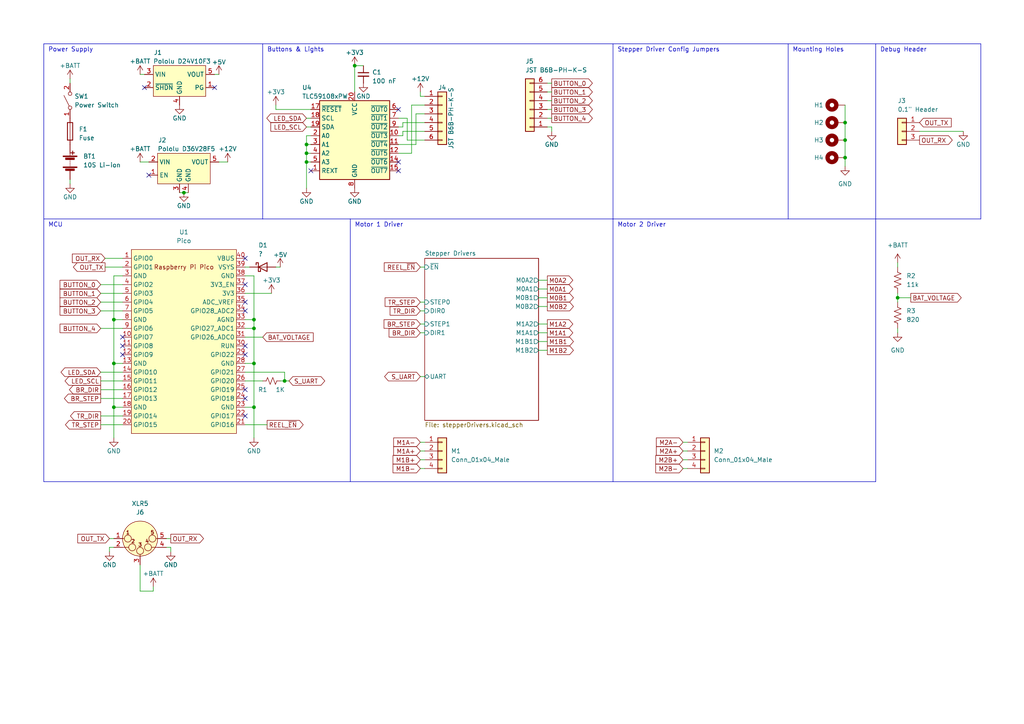
<source format=kicad_sch>
(kicad_sch (version 20230121) (generator eeschema)

  (uuid 2b7fc15d-71f4-4a53-9169-441493c340a4)

  (paper "A4")

  (title_block
    (title "Protogen Backpack Controller")
    (date "2023-04-04")
    (rev "2.0")
    (company "MyloWhylo Electronics, Inc")
  )

  (lib_symbols
    (symbol "Connector:XLR5" (pin_names hide) (in_bom yes) (on_board yes)
      (property "Reference" "J" (at 0 8.89 0)
        (effects (font (size 1.27 1.27)))
      )
      (property "Value" "XLR5" (at 0 6.35 0)
        (effects (font (size 1.27 1.27)))
      )
      (property "Footprint" "" (at 0 0 0)
        (effects (font (size 1.27 1.27)) hide)
      )
      (property "Datasheet" " ~" (at 0 0 0)
        (effects (font (size 1.27 1.27)) hide)
      )
      (property "ki_keywords" "xlr connector" (at 0 0 0)
        (effects (font (size 1.27 1.27)) hide)
      )
      (property "ki_description" "XLR Connector, Male or Female, 5 Pins" (at 0 0 0)
        (effects (font (size 1.27 1.27)) hide)
      )
      (property "ki_fp_filters" "Jack*XLR*" (at 0 0 0)
        (effects (font (size 1.27 1.27)) hide)
      )
      (symbol "XLR5_0_1"
        (circle (center -3.556 0) (radius 1.016)
          (stroke (width 0) (type default))
          (fill (type none))
        )
        (circle (center -2.286 -2.54) (radius 1.016)
          (stroke (width 0) (type default))
          (fill (type none))
        )
        (circle (center 0 -3.556) (radius 1.016)
          (stroke (width 0) (type default))
          (fill (type none))
        )
        (polyline
          (pts
            (xy -5.08 -2.54)
            (xy -4.445 -2.54)
          )
          (stroke (width 0) (type default))
          (fill (type none))
        )
        (polyline
          (pts
            (xy -5.08 0)
            (xy -4.572 0)
          )
          (stroke (width 0) (type default))
          (fill (type none))
        )
        (polyline
          (pts
            (xy -4.572 -2.54)
            (xy -3.302 -2.54)
          )
          (stroke (width 0) (type default))
          (fill (type none))
        )
        (polyline
          (pts
            (xy 0 -5.08)
            (xy 0 -4.572)
          )
          (stroke (width 0) (type default))
          (fill (type none))
        )
        (polyline
          (pts
            (xy 4.572 -2.54)
            (xy 3.302 -2.54)
          )
          (stroke (width 0) (type default))
          (fill (type none))
        )
        (polyline
          (pts
            (xy 5.08 -2.54)
            (xy 4.445 -2.54)
          )
          (stroke (width 0) (type default))
          (fill (type none))
        )
        (polyline
          (pts
            (xy 5.08 0)
            (xy 4.572 0)
          )
          (stroke (width 0) (type default))
          (fill (type none))
        )
        (circle (center 0 0) (radius 5.08)
          (stroke (width 0) (type default))
          (fill (type background))
        )
        (circle (center 2.286 -2.54) (radius 1.016)
          (stroke (width 0) (type default))
          (fill (type none))
        )
        (circle (center 3.556 0) (radius 1.016)
          (stroke (width 0) (type default))
          (fill (type none))
        )
        (text "1" (at -3.556 1.778 0)
          (effects (font (size 1.016 1.016) bold))
        )
        (text "2" (at -2.032 -0.762 0)
          (effects (font (size 1.016 1.016) bold))
        )
        (text "3" (at 0 -1.778 0)
          (effects (font (size 1.016 1.016) bold))
        )
        (text "4" (at 2.032 -0.762 0)
          (effects (font (size 1.016 1.016) bold))
        )
        (text "5" (at 3.556 1.778 0)
          (effects (font (size 1.016 1.016) bold))
        )
      )
      (symbol "XLR5_1_1"
        (pin passive line (at -7.62 0 0) (length 2.54)
          (name "P1" (effects (font (size 1.27 1.27))))
          (number "1" (effects (font (size 1.27 1.27))))
        )
        (pin passive line (at -7.62 -2.54 0) (length 2.54)
          (name "P2" (effects (font (size 1.27 1.27))))
          (number "2" (effects (font (size 1.27 1.27))))
        )
        (pin passive line (at 0 -7.62 90) (length 2.54)
          (name "P3" (effects (font (size 1.27 1.27))))
          (number "3" (effects (font (size 1.27 1.27))))
        )
        (pin passive line (at 7.62 -2.54 180) (length 2.54)
          (name "P3" (effects (font (size 1.27 1.27))))
          (number "4" (effects (font (size 1.27 1.27))))
        )
        (pin passive line (at 7.62 0 180) (length 2.54)
          (name "P5" (effects (font (size 1.27 1.27))))
          (number "5" (effects (font (size 1.27 1.27))))
        )
      )
    )
    (symbol "Connector_Generic:Conn_01x03" (pin_names (offset 1.016) hide) (in_bom yes) (on_board yes)
      (property "Reference" "J" (at 0 5.08 0)
        (effects (font (size 1.27 1.27)))
      )
      (property "Value" "Conn_01x03" (at 0 -5.08 0)
        (effects (font (size 1.27 1.27)))
      )
      (property "Footprint" "" (at 0 0 0)
        (effects (font (size 1.27 1.27)) hide)
      )
      (property "Datasheet" "~" (at 0 0 0)
        (effects (font (size 1.27 1.27)) hide)
      )
      (property "ki_keywords" "connector" (at 0 0 0)
        (effects (font (size 1.27 1.27)) hide)
      )
      (property "ki_description" "Generic connector, single row, 01x03, script generated (kicad-library-utils/schlib/autogen/connector/)" (at 0 0 0)
        (effects (font (size 1.27 1.27)) hide)
      )
      (property "ki_fp_filters" "Connector*:*_1x??_*" (at 0 0 0)
        (effects (font (size 1.27 1.27)) hide)
      )
      (symbol "Conn_01x03_1_1"
        (rectangle (start -1.27 -2.413) (end 0 -2.667)
          (stroke (width 0.1524) (type default))
          (fill (type none))
        )
        (rectangle (start -1.27 0.127) (end 0 -0.127)
          (stroke (width 0.1524) (type default))
          (fill (type none))
        )
        (rectangle (start -1.27 2.667) (end 0 2.413)
          (stroke (width 0.1524) (type default))
          (fill (type none))
        )
        (rectangle (start -1.27 3.81) (end 1.27 -3.81)
          (stroke (width 0.254) (type default))
          (fill (type background))
        )
        (pin passive line (at -5.08 2.54 0) (length 3.81)
          (name "Pin_1" (effects (font (size 1.27 1.27))))
          (number "1" (effects (font (size 1.27 1.27))))
        )
        (pin passive line (at -5.08 0 0) (length 3.81)
          (name "Pin_2" (effects (font (size 1.27 1.27))))
          (number "2" (effects (font (size 1.27 1.27))))
        )
        (pin passive line (at -5.08 -2.54 0) (length 3.81)
          (name "Pin_3" (effects (font (size 1.27 1.27))))
          (number "3" (effects (font (size 1.27 1.27))))
        )
      )
    )
    (symbol "Connector_Generic:Conn_01x04" (pin_names (offset 1.016) hide) (in_bom yes) (on_board yes)
      (property "Reference" "J" (at 0 5.08 0)
        (effects (font (size 1.27 1.27)))
      )
      (property "Value" "Conn_01x04" (at 0 -7.62 0)
        (effects (font (size 1.27 1.27)))
      )
      (property "Footprint" "" (at 0 0 0)
        (effects (font (size 1.27 1.27)) hide)
      )
      (property "Datasheet" "~" (at 0 0 0)
        (effects (font (size 1.27 1.27)) hide)
      )
      (property "ki_keywords" "connector" (at 0 0 0)
        (effects (font (size 1.27 1.27)) hide)
      )
      (property "ki_description" "Generic connector, single row, 01x04, script generated (kicad-library-utils/schlib/autogen/connector/)" (at 0 0 0)
        (effects (font (size 1.27 1.27)) hide)
      )
      (property "ki_fp_filters" "Connector*:*_1x??_*" (at 0 0 0)
        (effects (font (size 1.27 1.27)) hide)
      )
      (symbol "Conn_01x04_1_1"
        (rectangle (start -1.27 -4.953) (end 0 -5.207)
          (stroke (width 0.1524) (type default))
          (fill (type none))
        )
        (rectangle (start -1.27 -2.413) (end 0 -2.667)
          (stroke (width 0.1524) (type default))
          (fill (type none))
        )
        (rectangle (start -1.27 0.127) (end 0 -0.127)
          (stroke (width 0.1524) (type default))
          (fill (type none))
        )
        (rectangle (start -1.27 2.667) (end 0 2.413)
          (stroke (width 0.1524) (type default))
          (fill (type none))
        )
        (rectangle (start -1.27 3.81) (end 1.27 -6.35)
          (stroke (width 0.254) (type default))
          (fill (type background))
        )
        (pin passive line (at -5.08 2.54 0) (length 3.81)
          (name "Pin_1" (effects (font (size 1.27 1.27))))
          (number "1" (effects (font (size 1.27 1.27))))
        )
        (pin passive line (at -5.08 0 0) (length 3.81)
          (name "Pin_2" (effects (font (size 1.27 1.27))))
          (number "2" (effects (font (size 1.27 1.27))))
        )
        (pin passive line (at -5.08 -2.54 0) (length 3.81)
          (name "Pin_3" (effects (font (size 1.27 1.27))))
          (number "3" (effects (font (size 1.27 1.27))))
        )
        (pin passive line (at -5.08 -5.08 0) (length 3.81)
          (name "Pin_4" (effects (font (size 1.27 1.27))))
          (number "4" (effects (font (size 1.27 1.27))))
        )
      )
    )
    (symbol "Connector_Generic:Conn_01x06" (pin_names (offset 1.016) hide) (in_bom yes) (on_board yes)
      (property "Reference" "J" (at 0 7.62 0)
        (effects (font (size 1.27 1.27)))
      )
      (property "Value" "Conn_01x06" (at 0 -10.16 0)
        (effects (font (size 1.27 1.27)))
      )
      (property "Footprint" "" (at 0 0 0)
        (effects (font (size 1.27 1.27)) hide)
      )
      (property "Datasheet" "~" (at 0 0 0)
        (effects (font (size 1.27 1.27)) hide)
      )
      (property "ki_keywords" "connector" (at 0 0 0)
        (effects (font (size 1.27 1.27)) hide)
      )
      (property "ki_description" "Generic connector, single row, 01x06, script generated (kicad-library-utils/schlib/autogen/connector/)" (at 0 0 0)
        (effects (font (size 1.27 1.27)) hide)
      )
      (property "ki_fp_filters" "Connector*:*_1x??_*" (at 0 0 0)
        (effects (font (size 1.27 1.27)) hide)
      )
      (symbol "Conn_01x06_1_1"
        (rectangle (start -1.27 -7.493) (end 0 -7.747)
          (stroke (width 0.1524) (type default))
          (fill (type none))
        )
        (rectangle (start -1.27 -4.953) (end 0 -5.207)
          (stroke (width 0.1524) (type default))
          (fill (type none))
        )
        (rectangle (start -1.27 -2.413) (end 0 -2.667)
          (stroke (width 0.1524) (type default))
          (fill (type none))
        )
        (rectangle (start -1.27 0.127) (end 0 -0.127)
          (stroke (width 0.1524) (type default))
          (fill (type none))
        )
        (rectangle (start -1.27 2.667) (end 0 2.413)
          (stroke (width 0.1524) (type default))
          (fill (type none))
        )
        (rectangle (start -1.27 5.207) (end 0 4.953)
          (stroke (width 0.1524) (type default))
          (fill (type none))
        )
        (rectangle (start -1.27 6.35) (end 1.27 -8.89)
          (stroke (width 0.254) (type default))
          (fill (type background))
        )
        (pin passive line (at -5.08 5.08 0) (length 3.81)
          (name "Pin_1" (effects (font (size 1.27 1.27))))
          (number "1" (effects (font (size 1.27 1.27))))
        )
        (pin passive line (at -5.08 2.54 0) (length 3.81)
          (name "Pin_2" (effects (font (size 1.27 1.27))))
          (number "2" (effects (font (size 1.27 1.27))))
        )
        (pin passive line (at -5.08 0 0) (length 3.81)
          (name "Pin_3" (effects (font (size 1.27 1.27))))
          (number "3" (effects (font (size 1.27 1.27))))
        )
        (pin passive line (at -5.08 -2.54 0) (length 3.81)
          (name "Pin_4" (effects (font (size 1.27 1.27))))
          (number "4" (effects (font (size 1.27 1.27))))
        )
        (pin passive line (at -5.08 -5.08 0) (length 3.81)
          (name "Pin_5" (effects (font (size 1.27 1.27))))
          (number "5" (effects (font (size 1.27 1.27))))
        )
        (pin passive line (at -5.08 -7.62 0) (length 3.81)
          (name "Pin_6" (effects (font (size 1.27 1.27))))
          (number "6" (effects (font (size 1.27 1.27))))
        )
      )
    )
    (symbol "Device:Battery" (pin_numbers hide) (pin_names (offset 0) hide) (in_bom yes) (on_board yes)
      (property "Reference" "BT" (at 2.54 2.54 0)
        (effects (font (size 1.27 1.27)) (justify left))
      )
      (property "Value" "Battery" (at 2.54 0 0)
        (effects (font (size 1.27 1.27)) (justify left))
      )
      (property "Footprint" "" (at 0 1.524 90)
        (effects (font (size 1.27 1.27)) hide)
      )
      (property "Datasheet" "~" (at 0 1.524 90)
        (effects (font (size 1.27 1.27)) hide)
      )
      (property "ki_keywords" "batt voltage-source cell" (at 0 0 0)
        (effects (font (size 1.27 1.27)) hide)
      )
      (property "ki_description" "Multiple-cell battery" (at 0 0 0)
        (effects (font (size 1.27 1.27)) hide)
      )
      (symbol "Battery_0_1"
        (rectangle (start -2.032 -1.397) (end 2.032 -1.651)
          (stroke (width 0) (type default))
          (fill (type outline))
        )
        (rectangle (start -2.032 1.778) (end 2.032 1.524)
          (stroke (width 0) (type default))
          (fill (type outline))
        )
        (rectangle (start -1.3208 -1.9812) (end 1.27 -2.4892)
          (stroke (width 0) (type default))
          (fill (type outline))
        )
        (rectangle (start -1.3208 1.1938) (end 1.27 0.6858)
          (stroke (width 0) (type default))
          (fill (type outline))
        )
        (polyline
          (pts
            (xy 0 -1.524)
            (xy 0 -1.27)
          )
          (stroke (width 0) (type default))
          (fill (type none))
        )
        (polyline
          (pts
            (xy 0 -1.016)
            (xy 0 -0.762)
          )
          (stroke (width 0) (type default))
          (fill (type none))
        )
        (polyline
          (pts
            (xy 0 -0.508)
            (xy 0 -0.254)
          )
          (stroke (width 0) (type default))
          (fill (type none))
        )
        (polyline
          (pts
            (xy 0 0)
            (xy 0 0.254)
          )
          (stroke (width 0) (type default))
          (fill (type none))
        )
        (polyline
          (pts
            (xy 0 0.508)
            (xy 0 0.762)
          )
          (stroke (width 0) (type default))
          (fill (type none))
        )
        (polyline
          (pts
            (xy 0 1.778)
            (xy 0 2.54)
          )
          (stroke (width 0) (type default))
          (fill (type none))
        )
        (polyline
          (pts
            (xy 0.254 2.667)
            (xy 1.27 2.667)
          )
          (stroke (width 0.254) (type default))
          (fill (type none))
        )
        (polyline
          (pts
            (xy 0.762 3.175)
            (xy 0.762 2.159)
          )
          (stroke (width 0.254) (type default))
          (fill (type none))
        )
      )
      (symbol "Battery_1_1"
        (pin passive line (at 0 5.08 270) (length 2.54)
          (name "+" (effects (font (size 1.27 1.27))))
          (number "1" (effects (font (size 1.27 1.27))))
        )
        (pin passive line (at 0 -5.08 90) (length 2.54)
          (name "-" (effects (font (size 1.27 1.27))))
          (number "2" (effects (font (size 1.27 1.27))))
        )
      )
    )
    (symbol "Device:C_Small" (pin_numbers hide) (pin_names (offset 0.254) hide) (in_bom yes) (on_board yes)
      (property "Reference" "C" (at 0.254 1.778 0)
        (effects (font (size 1.27 1.27)) (justify left))
      )
      (property "Value" "C_Small" (at 0.254 -2.032 0)
        (effects (font (size 1.27 1.27)) (justify left))
      )
      (property "Footprint" "" (at 0 0 0)
        (effects (font (size 1.27 1.27)) hide)
      )
      (property "Datasheet" "~" (at 0 0 0)
        (effects (font (size 1.27 1.27)) hide)
      )
      (property "ki_keywords" "capacitor cap" (at 0 0 0)
        (effects (font (size 1.27 1.27)) hide)
      )
      (property "ki_description" "Unpolarized capacitor, small symbol" (at 0 0 0)
        (effects (font (size 1.27 1.27)) hide)
      )
      (property "ki_fp_filters" "C_*" (at 0 0 0)
        (effects (font (size 1.27 1.27)) hide)
      )
      (symbol "C_Small_0_1"
        (polyline
          (pts
            (xy -1.524 -0.508)
            (xy 1.524 -0.508)
          )
          (stroke (width 0.3302) (type default))
          (fill (type none))
        )
        (polyline
          (pts
            (xy -1.524 0.508)
            (xy 1.524 0.508)
          )
          (stroke (width 0.3048) (type default))
          (fill (type none))
        )
      )
      (symbol "C_Small_1_1"
        (pin passive line (at 0 2.54 270) (length 2.032)
          (name "~" (effects (font (size 1.27 1.27))))
          (number "1" (effects (font (size 1.27 1.27))))
        )
        (pin passive line (at 0 -2.54 90) (length 2.032)
          (name "~" (effects (font (size 1.27 1.27))))
          (number "2" (effects (font (size 1.27 1.27))))
        )
      )
    )
    (symbol "Device:D_Schottky" (pin_numbers hide) (pin_names (offset 1.016) hide) (in_bom yes) (on_board yes)
      (property "Reference" "D" (at 0 2.54 0)
        (effects (font (size 1.27 1.27)))
      )
      (property "Value" "D_Schottky" (at 0 -2.54 0)
        (effects (font (size 1.27 1.27)))
      )
      (property "Footprint" "" (at 0 0 0)
        (effects (font (size 1.27 1.27)) hide)
      )
      (property "Datasheet" "~" (at 0 0 0)
        (effects (font (size 1.27 1.27)) hide)
      )
      (property "ki_keywords" "diode Schottky" (at 0 0 0)
        (effects (font (size 1.27 1.27)) hide)
      )
      (property "ki_description" "Schottky diode" (at 0 0 0)
        (effects (font (size 1.27 1.27)) hide)
      )
      (property "ki_fp_filters" "TO-???* *_Diode_* *SingleDiode* D_*" (at 0 0 0)
        (effects (font (size 1.27 1.27)) hide)
      )
      (symbol "D_Schottky_0_1"
        (polyline
          (pts
            (xy 1.27 0)
            (xy -1.27 0)
          )
          (stroke (width 0) (type default))
          (fill (type none))
        )
        (polyline
          (pts
            (xy 1.27 1.27)
            (xy 1.27 -1.27)
            (xy -1.27 0)
            (xy 1.27 1.27)
          )
          (stroke (width 0.254) (type default))
          (fill (type none))
        )
        (polyline
          (pts
            (xy -1.905 0.635)
            (xy -1.905 1.27)
            (xy -1.27 1.27)
            (xy -1.27 -1.27)
            (xy -0.635 -1.27)
            (xy -0.635 -0.635)
          )
          (stroke (width 0.254) (type default))
          (fill (type none))
        )
      )
      (symbol "D_Schottky_1_1"
        (pin passive line (at -3.81 0 0) (length 2.54)
          (name "K" (effects (font (size 1.27 1.27))))
          (number "1" (effects (font (size 1.27 1.27))))
        )
        (pin passive line (at 3.81 0 180) (length 2.54)
          (name "A" (effects (font (size 1.27 1.27))))
          (number "2" (effects (font (size 1.27 1.27))))
        )
      )
    )
    (symbol "Device:Fuse" (pin_numbers hide) (pin_names (offset 0)) (in_bom yes) (on_board yes)
      (property "Reference" "F" (at 2.032 0 90)
        (effects (font (size 1.27 1.27)))
      )
      (property "Value" "Fuse" (at -1.905 0 90)
        (effects (font (size 1.27 1.27)))
      )
      (property "Footprint" "" (at -1.778 0 90)
        (effects (font (size 1.27 1.27)) hide)
      )
      (property "Datasheet" "~" (at 0 0 0)
        (effects (font (size 1.27 1.27)) hide)
      )
      (property "ki_keywords" "fuse" (at 0 0 0)
        (effects (font (size 1.27 1.27)) hide)
      )
      (property "ki_description" "Fuse" (at 0 0 0)
        (effects (font (size 1.27 1.27)) hide)
      )
      (property "ki_fp_filters" "*Fuse*" (at 0 0 0)
        (effects (font (size 1.27 1.27)) hide)
      )
      (symbol "Fuse_0_1"
        (rectangle (start -0.762 -2.54) (end 0.762 2.54)
          (stroke (width 0.254) (type default))
          (fill (type none))
        )
        (polyline
          (pts
            (xy 0 2.54)
            (xy 0 -2.54)
          )
          (stroke (width 0) (type default))
          (fill (type none))
        )
      )
      (symbol "Fuse_1_1"
        (pin passive line (at 0 3.81 270) (length 1.27)
          (name "~" (effects (font (size 1.27 1.27))))
          (number "1" (effects (font (size 1.27 1.27))))
        )
        (pin passive line (at 0 -3.81 90) (length 1.27)
          (name "~" (effects (font (size 1.27 1.27))))
          (number "2" (effects (font (size 1.27 1.27))))
        )
      )
    )
    (symbol "Device:R_Small_US" (pin_numbers hide) (pin_names (offset 0.254) hide) (in_bom yes) (on_board yes)
      (property "Reference" "R" (at 0.762 0.508 0)
        (effects (font (size 1.27 1.27)) (justify left))
      )
      (property "Value" "R_Small_US" (at 0.762 -1.016 0)
        (effects (font (size 1.27 1.27)) (justify left))
      )
      (property "Footprint" "" (at 0 0 0)
        (effects (font (size 1.27 1.27)) hide)
      )
      (property "Datasheet" "~" (at 0 0 0)
        (effects (font (size 1.27 1.27)) hide)
      )
      (property "ki_keywords" "r resistor" (at 0 0 0)
        (effects (font (size 1.27 1.27)) hide)
      )
      (property "ki_description" "Resistor, small US symbol" (at 0 0 0)
        (effects (font (size 1.27 1.27)) hide)
      )
      (property "ki_fp_filters" "R_*" (at 0 0 0)
        (effects (font (size 1.27 1.27)) hide)
      )
      (symbol "R_Small_US_1_1"
        (polyline
          (pts
            (xy 0 0)
            (xy 1.016 -0.381)
            (xy 0 -0.762)
            (xy -1.016 -1.143)
            (xy 0 -1.524)
          )
          (stroke (width 0) (type default))
          (fill (type none))
        )
        (polyline
          (pts
            (xy 0 1.524)
            (xy 1.016 1.143)
            (xy 0 0.762)
            (xy -1.016 0.381)
            (xy 0 0)
          )
          (stroke (width 0) (type default))
          (fill (type none))
        )
        (pin passive line (at 0 2.54 270) (length 1.016)
          (name "~" (effects (font (size 1.27 1.27))))
          (number "1" (effects (font (size 1.27 1.27))))
        )
        (pin passive line (at 0 -2.54 90) (length 1.016)
          (name "~" (effects (font (size 1.27 1.27))))
          (number "2" (effects (font (size 1.27 1.27))))
        )
      )
    )
    (symbol "Device:R_US" (pin_numbers hide) (pin_names (offset 0)) (in_bom yes) (on_board yes)
      (property "Reference" "R" (at 2.54 0 90)
        (effects (font (size 1.27 1.27)))
      )
      (property "Value" "R_US" (at -2.54 0 90)
        (effects (font (size 1.27 1.27)))
      )
      (property "Footprint" "" (at 1.016 -0.254 90)
        (effects (font (size 1.27 1.27)) hide)
      )
      (property "Datasheet" "~" (at 0 0 0)
        (effects (font (size 1.27 1.27)) hide)
      )
      (property "ki_keywords" "R res resistor" (at 0 0 0)
        (effects (font (size 1.27 1.27)) hide)
      )
      (property "ki_description" "Resistor, US symbol" (at 0 0 0)
        (effects (font (size 1.27 1.27)) hide)
      )
      (property "ki_fp_filters" "R_*" (at 0 0 0)
        (effects (font (size 1.27 1.27)) hide)
      )
      (symbol "R_US_0_1"
        (polyline
          (pts
            (xy 0 -2.286)
            (xy 0 -2.54)
          )
          (stroke (width 0) (type default))
          (fill (type none))
        )
        (polyline
          (pts
            (xy 0 2.286)
            (xy 0 2.54)
          )
          (stroke (width 0) (type default))
          (fill (type none))
        )
        (polyline
          (pts
            (xy 0 -0.762)
            (xy 1.016 -1.143)
            (xy 0 -1.524)
            (xy -1.016 -1.905)
            (xy 0 -2.286)
          )
          (stroke (width 0) (type default))
          (fill (type none))
        )
        (polyline
          (pts
            (xy 0 0.762)
            (xy 1.016 0.381)
            (xy 0 0)
            (xy -1.016 -0.381)
            (xy 0 -0.762)
          )
          (stroke (width 0) (type default))
          (fill (type none))
        )
        (polyline
          (pts
            (xy 0 2.286)
            (xy 1.016 1.905)
            (xy 0 1.524)
            (xy -1.016 1.143)
            (xy 0 0.762)
          )
          (stroke (width 0) (type default))
          (fill (type none))
        )
      )
      (symbol "R_US_1_1"
        (pin passive line (at 0 3.81 270) (length 1.27)
          (name "~" (effects (font (size 1.27 1.27))))
          (number "1" (effects (font (size 1.27 1.27))))
        )
        (pin passive line (at 0 -3.81 90) (length 1.27)
          (name "~" (effects (font (size 1.27 1.27))))
          (number "2" (effects (font (size 1.27 1.27))))
        )
      )
    )
    (symbol "Driver_LED:TLC59108xPW" (in_bom yes) (on_board yes)
      (property "Reference" "U" (at -8.89 13.97 0)
        (effects (font (size 1.27 1.27)))
      )
      (property "Value" "TLC59108xPW" (at 8.89 13.97 0)
        (effects (font (size 1.27 1.27)))
      )
      (property "Footprint" "Package_SO:TSSOP-20_4.4x6.5mm_P0.65mm" (at 0 0 0)
        (effects (font (size 1.27 1.27)) hide)
      )
      (property "Datasheet" "https://www.ti.com/lit/ds/symlink/tlc59108.pdf" (at -5.08 -1.27 0)
        (effects (font (size 1.27 1.27)) hide)
      )
      (property "ki_keywords" "LED current driver" (at 0 0 0)
        (effects (font (size 1.27 1.27)) hide)
      )
      (property "ki_description" "8-Channel, 8-Bit Fm+ I2C-Bus Constant-Current LED Sink Driver, TSSOP-20" (at 0 0 0)
        (effects (font (size 1.27 1.27)) hide)
      )
      (property "ki_fp_filters" "TSSOP*4.4x6.5mm*P0.65mm*" (at 0 0 0)
        (effects (font (size 1.27 1.27)) hide)
      )
      (symbol "TLC59108xPW_0_1"
        (rectangle (start -10.16 12.7) (end 10.16 -10.16)
          (stroke (width 0.254) (type default))
          (fill (type background))
        )
      )
      (symbol "TLC59108xPW_1_1"
        (pin passive line (at -12.7 -7.62 0) (length 2.54)
          (name "REXT" (effects (font (size 1.27 1.27))))
          (number "1" (effects (font (size 1.27 1.27))))
        )
        (pin open_collector line (at 12.7 2.54 180) (length 2.54)
          (name "~{OUT3}" (effects (font (size 1.27 1.27))))
          (number "10" (effects (font (size 1.27 1.27))))
        )
        (pin open_collector line (at 12.7 0 180) (length 2.54)
          (name "~{OUT4}" (effects (font (size 1.27 1.27))))
          (number "11" (effects (font (size 1.27 1.27))))
        )
        (pin open_collector line (at 12.7 -2.54 180) (length 2.54)
          (name "~{OUT5}" (effects (font (size 1.27 1.27))))
          (number "12" (effects (font (size 1.27 1.27))))
        )
        (pin passive line (at 0 -12.7 90) (length 2.54) hide
          (name "GND" (effects (font (size 1.27 1.27))))
          (number "13" (effects (font (size 1.27 1.27))))
        )
        (pin open_collector line (at 12.7 -5.08 180) (length 2.54)
          (name "~{OUT6}" (effects (font (size 1.27 1.27))))
          (number "14" (effects (font (size 1.27 1.27))))
        )
        (pin open_collector line (at 12.7 -7.62 180) (length 2.54)
          (name "~{OUT7}" (effects (font (size 1.27 1.27))))
          (number "15" (effects (font (size 1.27 1.27))))
        )
        (pin passive line (at 0 -12.7 90) (length 2.54) hide
          (name "GND" (effects (font (size 1.27 1.27))))
          (number "16" (effects (font (size 1.27 1.27))))
        )
        (pin input line (at -12.7 10.16 0) (length 2.54)
          (name "~{RESET}" (effects (font (size 1.27 1.27))))
          (number "17" (effects (font (size 1.27 1.27))))
        )
        (pin input line (at -12.7 7.62 0) (length 2.54)
          (name "SCL" (effects (font (size 1.27 1.27))))
          (number "18" (effects (font (size 1.27 1.27))))
        )
        (pin bidirectional line (at -12.7 5.08 0) (length 2.54)
          (name "SDA" (effects (font (size 1.27 1.27))))
          (number "19" (effects (font (size 1.27 1.27))))
        )
        (pin input line (at -12.7 2.54 0) (length 2.54)
          (name "A0" (effects (font (size 1.27 1.27))))
          (number "2" (effects (font (size 1.27 1.27))))
        )
        (pin power_in line (at 0 15.24 270) (length 2.54)
          (name "VCC" (effects (font (size 1.27 1.27))))
          (number "20" (effects (font (size 1.27 1.27))))
        )
        (pin input line (at -12.7 0 0) (length 2.54)
          (name "A1" (effects (font (size 1.27 1.27))))
          (number "3" (effects (font (size 1.27 1.27))))
        )
        (pin input line (at -12.7 -2.54 0) (length 2.54)
          (name "A2" (effects (font (size 1.27 1.27))))
          (number "4" (effects (font (size 1.27 1.27))))
        )
        (pin input line (at -12.7 -5.08 0) (length 2.54)
          (name "A3" (effects (font (size 1.27 1.27))))
          (number "5" (effects (font (size 1.27 1.27))))
        )
        (pin open_collector line (at 12.7 10.16 180) (length 2.54)
          (name "~{OUT0}" (effects (font (size 1.27 1.27))))
          (number "6" (effects (font (size 1.27 1.27))))
        )
        (pin open_collector line (at 12.7 7.62 180) (length 2.54)
          (name "~{OUT1}" (effects (font (size 1.27 1.27))))
          (number "7" (effects (font (size 1.27 1.27))))
        )
        (pin power_in line (at 0 -12.7 90) (length 2.54)
          (name "GND" (effects (font (size 1.27 1.27))))
          (number "8" (effects (font (size 1.27 1.27))))
        )
        (pin open_collector line (at 12.7 5.08 180) (length 2.54)
          (name "~{OUT2}" (effects (font (size 1.27 1.27))))
          (number "9" (effects (font (size 1.27 1.27))))
        )
      )
    )
    (symbol "MCU_RaspberryPi_and_Boards:Pico" (in_bom yes) (on_board yes)
      (property "Reference" "U" (at -13.97 27.94 0)
        (effects (font (size 1.27 1.27)))
      )
      (property "Value" "Pico" (at 0 19.05 0)
        (effects (font (size 1.27 1.27)))
      )
      (property "Footprint" "RPi_Pico:RPi_Pico_SMD_TH" (at 0 0 90)
        (effects (font (size 1.27 1.27)) hide)
      )
      (property "Datasheet" "" (at 0 0 0)
        (effects (font (size 1.27 1.27)) hide)
      )
      (symbol "Pico_0_0"
        (text "Raspberry Pi Pico" (at 0 21.59 0)
          (effects (font (size 1.27 1.27)))
        )
      )
      (symbol "Pico_0_1"
        (rectangle (start -15.24 26.67) (end 15.24 -26.67)
          (stroke (width 0) (type default))
          (fill (type background))
        )
      )
      (symbol "Pico_1_1"
        (pin bidirectional line (at -17.78 24.13 0) (length 2.54)
          (name "GPIO0" (effects (font (size 1.27 1.27))))
          (number "1" (effects (font (size 1.27 1.27))))
        )
        (pin bidirectional line (at -17.78 1.27 0) (length 2.54)
          (name "GPIO7" (effects (font (size 1.27 1.27))))
          (number "10" (effects (font (size 1.27 1.27))))
        )
        (pin bidirectional line (at -17.78 -1.27 0) (length 2.54)
          (name "GPIO8" (effects (font (size 1.27 1.27))))
          (number "11" (effects (font (size 1.27 1.27))))
        )
        (pin bidirectional line (at -17.78 -3.81 0) (length 2.54)
          (name "GPIO9" (effects (font (size 1.27 1.27))))
          (number "12" (effects (font (size 1.27 1.27))))
        )
        (pin power_in line (at -17.78 -6.35 0) (length 2.54)
          (name "GND" (effects (font (size 1.27 1.27))))
          (number "13" (effects (font (size 1.27 1.27))))
        )
        (pin bidirectional line (at -17.78 -8.89 0) (length 2.54)
          (name "GPIO10" (effects (font (size 1.27 1.27))))
          (number "14" (effects (font (size 1.27 1.27))))
        )
        (pin bidirectional line (at -17.78 -11.43 0) (length 2.54)
          (name "GPIO11" (effects (font (size 1.27 1.27))))
          (number "15" (effects (font (size 1.27 1.27))))
        )
        (pin bidirectional line (at -17.78 -13.97 0) (length 2.54)
          (name "GPIO12" (effects (font (size 1.27 1.27))))
          (number "16" (effects (font (size 1.27 1.27))))
        )
        (pin bidirectional line (at -17.78 -16.51 0) (length 2.54)
          (name "GPIO13" (effects (font (size 1.27 1.27))))
          (number "17" (effects (font (size 1.27 1.27))))
        )
        (pin power_in line (at -17.78 -19.05 0) (length 2.54)
          (name "GND" (effects (font (size 1.27 1.27))))
          (number "18" (effects (font (size 1.27 1.27))))
        )
        (pin bidirectional line (at -17.78 -21.59 0) (length 2.54)
          (name "GPIO14" (effects (font (size 1.27 1.27))))
          (number "19" (effects (font (size 1.27 1.27))))
        )
        (pin bidirectional line (at -17.78 21.59 0) (length 2.54)
          (name "GPIO1" (effects (font (size 1.27 1.27))))
          (number "2" (effects (font (size 1.27 1.27))))
        )
        (pin bidirectional line (at -17.78 -24.13 0) (length 2.54)
          (name "GPIO15" (effects (font (size 1.27 1.27))))
          (number "20" (effects (font (size 1.27 1.27))))
        )
        (pin bidirectional line (at 17.78 -24.13 180) (length 2.54)
          (name "GPIO16" (effects (font (size 1.27 1.27))))
          (number "21" (effects (font (size 1.27 1.27))))
        )
        (pin bidirectional line (at 17.78 -21.59 180) (length 2.54)
          (name "GPIO17" (effects (font (size 1.27 1.27))))
          (number "22" (effects (font (size 1.27 1.27))))
        )
        (pin power_in line (at 17.78 -19.05 180) (length 2.54)
          (name "GND" (effects (font (size 1.27 1.27))))
          (number "23" (effects (font (size 1.27 1.27))))
        )
        (pin bidirectional line (at 17.78 -16.51 180) (length 2.54)
          (name "GPIO18" (effects (font (size 1.27 1.27))))
          (number "24" (effects (font (size 1.27 1.27))))
        )
        (pin bidirectional line (at 17.78 -13.97 180) (length 2.54)
          (name "GPIO19" (effects (font (size 1.27 1.27))))
          (number "25" (effects (font (size 1.27 1.27))))
        )
        (pin bidirectional line (at 17.78 -11.43 180) (length 2.54)
          (name "GPIO20" (effects (font (size 1.27 1.27))))
          (number "26" (effects (font (size 1.27 1.27))))
        )
        (pin bidirectional line (at 17.78 -8.89 180) (length 2.54)
          (name "GPIO21" (effects (font (size 1.27 1.27))))
          (number "27" (effects (font (size 1.27 1.27))))
        )
        (pin power_in line (at 17.78 -6.35 180) (length 2.54)
          (name "GND" (effects (font (size 1.27 1.27))))
          (number "28" (effects (font (size 1.27 1.27))))
        )
        (pin bidirectional line (at 17.78 -3.81 180) (length 2.54)
          (name "GPIO22" (effects (font (size 1.27 1.27))))
          (number "29" (effects (font (size 1.27 1.27))))
        )
        (pin power_in line (at -17.78 19.05 0) (length 2.54)
          (name "GND" (effects (font (size 1.27 1.27))))
          (number "3" (effects (font (size 1.27 1.27))))
        )
        (pin input line (at 17.78 -1.27 180) (length 2.54)
          (name "RUN" (effects (font (size 1.27 1.27))))
          (number "30" (effects (font (size 1.27 1.27))))
        )
        (pin bidirectional line (at 17.78 1.27 180) (length 2.54)
          (name "GPIO26_ADC0" (effects (font (size 1.27 1.27))))
          (number "31" (effects (font (size 1.27 1.27))))
        )
        (pin bidirectional line (at 17.78 3.81 180) (length 2.54)
          (name "GPIO27_ADC1" (effects (font (size 1.27 1.27))))
          (number "32" (effects (font (size 1.27 1.27))))
        )
        (pin power_in line (at 17.78 6.35 180) (length 2.54)
          (name "AGND" (effects (font (size 1.27 1.27))))
          (number "33" (effects (font (size 1.27 1.27))))
        )
        (pin bidirectional line (at 17.78 8.89 180) (length 2.54)
          (name "GPIO28_ADC2" (effects (font (size 1.27 1.27))))
          (number "34" (effects (font (size 1.27 1.27))))
        )
        (pin power_in line (at 17.78 11.43 180) (length 2.54)
          (name "ADC_VREF" (effects (font (size 1.27 1.27))))
          (number "35" (effects (font (size 1.27 1.27))))
        )
        (pin power_in line (at 17.78 13.97 180) (length 2.54)
          (name "3V3" (effects (font (size 1.27 1.27))))
          (number "36" (effects (font (size 1.27 1.27))))
        )
        (pin input line (at 17.78 16.51 180) (length 2.54)
          (name "3V3_EN" (effects (font (size 1.27 1.27))))
          (number "37" (effects (font (size 1.27 1.27))))
        )
        (pin bidirectional line (at 17.78 19.05 180) (length 2.54)
          (name "GND" (effects (font (size 1.27 1.27))))
          (number "38" (effects (font (size 1.27 1.27))))
        )
        (pin power_in line (at 17.78 21.59 180) (length 2.54)
          (name "VSYS" (effects (font (size 1.27 1.27))))
          (number "39" (effects (font (size 1.27 1.27))))
        )
        (pin bidirectional line (at -17.78 16.51 0) (length 2.54)
          (name "GPIO2" (effects (font (size 1.27 1.27))))
          (number "4" (effects (font (size 1.27 1.27))))
        )
        (pin power_in line (at 17.78 24.13 180) (length 2.54)
          (name "VBUS" (effects (font (size 1.27 1.27))))
          (number "40" (effects (font (size 1.27 1.27))))
        )
        (pin bidirectional line (at -17.78 13.97 0) (length 2.54)
          (name "GPIO3" (effects (font (size 1.27 1.27))))
          (number "5" (effects (font (size 1.27 1.27))))
        )
        (pin bidirectional line (at -17.78 11.43 0) (length 2.54)
          (name "GPIO4" (effects (font (size 1.27 1.27))))
          (number "6" (effects (font (size 1.27 1.27))))
        )
        (pin bidirectional line (at -17.78 8.89 0) (length 2.54)
          (name "GPIO5" (effects (font (size 1.27 1.27))))
          (number "7" (effects (font (size 1.27 1.27))))
        )
        (pin power_in line (at -17.78 6.35 0) (length 2.54)
          (name "GND" (effects (font (size 1.27 1.27))))
          (number "8" (effects (font (size 1.27 1.27))))
        )
        (pin bidirectional line (at -17.78 3.81 0) (length 2.54)
          (name "GPIO6" (effects (font (size 1.27 1.27))))
          (number "9" (effects (font (size 1.27 1.27))))
        )
      )
    )
    (symbol "Mechanical:MountingHole_Pad" (pin_numbers hide) (pin_names (offset 1.016) hide) (in_bom yes) (on_board yes)
      (property "Reference" "H" (at 0 6.35 0)
        (effects (font (size 1.27 1.27)))
      )
      (property "Value" "MountingHole_Pad" (at 0 4.445 0)
        (effects (font (size 1.27 1.27)))
      )
      (property "Footprint" "" (at 0 0 0)
        (effects (font (size 1.27 1.27)) hide)
      )
      (property "Datasheet" "~" (at 0 0 0)
        (effects (font (size 1.27 1.27)) hide)
      )
      (property "ki_keywords" "mounting hole" (at 0 0 0)
        (effects (font (size 1.27 1.27)) hide)
      )
      (property "ki_description" "Mounting Hole with connection" (at 0 0 0)
        (effects (font (size 1.27 1.27)) hide)
      )
      (property "ki_fp_filters" "MountingHole*Pad*" (at 0 0 0)
        (effects (font (size 1.27 1.27)) hide)
      )
      (symbol "MountingHole_Pad_0_1"
        (circle (center 0 1.27) (radius 1.27)
          (stroke (width 1.27) (type default))
          (fill (type none))
        )
      )
      (symbol "MountingHole_Pad_1_1"
        (pin input line (at 0 -2.54 90) (length 2.54)
          (name "1" (effects (font (size 1.27 1.27))))
          (number "1" (effects (font (size 1.27 1.27))))
        )
      )
    )
    (symbol "New_Library:Pololu D24V10F3" (in_bom yes) (on_board yes)
      (property "Reference" "U" (at -7.62 6.35 0)
        (effects (font (size 1.27 1.27)) (justify left))
      )
      (property "Value" "Pololu D24V10F3" (at -7.62 3.81 0)
        (effects (font (size 1.27 1.27)) (justify left))
      )
      (property "Footprint" "MyloLibrary:Pololu D24V10Fx" (at 0 6.35 0)
        (effects (font (size 1.27 1.27)) hide)
      )
      (property "Datasheet" "https://www.pololu.com/product/2830" (at 0 6.35 0)
        (effects (font (size 1.27 1.27)) hide)
      )
      (symbol "Pololu D24V10F3_1_1"
        (rectangle (start -7.62 2.54) (end 7.62 -6.35)
          (stroke (width 0) (type default))
          (fill (type background))
        )
        (pin open_collector line (at 10.16 -3.81 180) (length 2.54)
          (name "PG" (effects (font (size 1.27 1.27))))
          (number "1" (effects (font (size 1.27 1.27))))
        )
        (pin input line (at -10.16 -3.81 0) (length 2.54)
          (name "~{SHDN}" (effects (font (size 1.27 1.27))))
          (number "2" (effects (font (size 1.27 1.27))))
        )
        (pin power_in line (at -10.16 0 0) (length 2.54)
          (name "VIN" (effects (font (size 1.27 1.27))))
          (number "3" (effects (font (size 1.27 1.27))))
        )
        (pin power_in line (at 0 -8.89 90) (length 2.54)
          (name "GND" (effects (font (size 1.27 1.27))))
          (number "4" (effects (font (size 1.27 1.27))))
        )
        (pin power_out line (at 10.16 0 180) (length 2.54)
          (name "VOUT" (effects (font (size 1.27 1.27))))
          (number "5" (effects (font (size 1.27 1.27))))
        )
      )
    )
    (symbol "New_Library:Pololu D36V28F5" (in_bom yes) (on_board yes)
      (property "Reference" "U" (at -7.62 6.35 0)
        (effects (font (size 1.27 1.27)) (justify left))
      )
      (property "Value" "Pololu D36V28F5" (at -7.62 3.81 0)
        (effects (font (size 1.27 1.27)) (justify left))
      )
      (property "Footprint" "MyloLibrary:Pololu D36V28Fx" (at 0 6.35 0)
        (effects (font (size 1.27 1.27)) hide)
      )
      (property "Datasheet" "https://www.pololu.com/product/3782" (at 0 6.35 0)
        (effects (font (size 1.27 1.27)) hide)
      )
      (symbol "Pololu D36V28F5_1_1"
        (rectangle (start -7.62 2.54) (end 7.62 -6.35)
          (stroke (width 0) (type default))
          (fill (type background))
        )
        (pin input line (at -10.16 -3.81 0) (length 2.54)
          (name "EN" (effects (font (size 1.27 1.27))))
          (number "1" (effects (font (size 1.27 1.27))))
        )
        (pin power_in line (at -10.16 0 0) (length 2.54)
          (name "VIN" (effects (font (size 1.27 1.27))))
          (number "2" (effects (font (size 1.27 1.27))))
        )
        (pin power_in line (at -1.27 -8.89 90) (length 2.54)
          (name "GND" (effects (font (size 1.27 1.27))))
          (number "3" (effects (font (size 1.27 1.27))))
        )
        (pin power_out line (at 1.27 -8.89 90) (length 2.54)
          (name "GND" (effects (font (size 1.27 1.27))))
          (number "4" (effects (font (size 1.27 1.27))))
        )
        (pin power_out line (at 10.16 0 180) (length 2.54)
          (name "VOUT" (effects (font (size 1.27 1.27))))
          (number "5" (effects (font (size 1.27 1.27))))
        )
      )
    )
    (symbol "Switch:SW_SPST" (pin_names (offset 0) hide) (in_bom yes) (on_board yes)
      (property "Reference" "SW" (at 0 3.175 0)
        (effects (font (size 1.27 1.27)))
      )
      (property "Value" "SW_SPST" (at 0 -2.54 0)
        (effects (font (size 1.27 1.27)))
      )
      (property "Footprint" "" (at 0 0 0)
        (effects (font (size 1.27 1.27)) hide)
      )
      (property "Datasheet" "~" (at 0 0 0)
        (effects (font (size 1.27 1.27)) hide)
      )
      (property "ki_keywords" "switch lever" (at 0 0 0)
        (effects (font (size 1.27 1.27)) hide)
      )
      (property "ki_description" "Single Pole Single Throw (SPST) switch" (at 0 0 0)
        (effects (font (size 1.27 1.27)) hide)
      )
      (symbol "SW_SPST_0_0"
        (circle (center -2.032 0) (radius 0.508)
          (stroke (width 0) (type default))
          (fill (type none))
        )
        (polyline
          (pts
            (xy -1.524 0.254)
            (xy 1.524 1.778)
          )
          (stroke (width 0) (type default))
          (fill (type none))
        )
        (circle (center 2.032 0) (radius 0.508)
          (stroke (width 0) (type default))
          (fill (type none))
        )
      )
      (symbol "SW_SPST_1_1"
        (pin passive line (at -5.08 0 0) (length 2.54)
          (name "A" (effects (font (size 1.27 1.27))))
          (number "1" (effects (font (size 1.27 1.27))))
        )
        (pin passive line (at 5.08 0 180) (length 2.54)
          (name "B" (effects (font (size 1.27 1.27))))
          (number "2" (effects (font (size 1.27 1.27))))
        )
      )
    )
    (symbol "power:+12V" (power) (pin_names (offset 0)) (in_bom yes) (on_board yes)
      (property "Reference" "#PWR" (at 0 -3.81 0)
        (effects (font (size 1.27 1.27)) hide)
      )
      (property "Value" "+12V" (at 0 3.556 0)
        (effects (font (size 1.27 1.27)))
      )
      (property "Footprint" "" (at 0 0 0)
        (effects (font (size 1.27 1.27)) hide)
      )
      (property "Datasheet" "" (at 0 0 0)
        (effects (font (size 1.27 1.27)) hide)
      )
      (property "ki_keywords" "global power" (at 0 0 0)
        (effects (font (size 1.27 1.27)) hide)
      )
      (property "ki_description" "Power symbol creates a global label with name \"+12V\"" (at 0 0 0)
        (effects (font (size 1.27 1.27)) hide)
      )
      (symbol "+12V_0_1"
        (polyline
          (pts
            (xy -0.762 1.27)
            (xy 0 2.54)
          )
          (stroke (width 0) (type default))
          (fill (type none))
        )
        (polyline
          (pts
            (xy 0 0)
            (xy 0 2.54)
          )
          (stroke (width 0) (type default))
          (fill (type none))
        )
        (polyline
          (pts
            (xy 0 2.54)
            (xy 0.762 1.27)
          )
          (stroke (width 0) (type default))
          (fill (type none))
        )
      )
      (symbol "+12V_1_1"
        (pin power_in line (at 0 0 90) (length 0) hide
          (name "+12V" (effects (font (size 1.27 1.27))))
          (number "1" (effects (font (size 1.27 1.27))))
        )
      )
    )
    (symbol "power:+3V3" (power) (pin_names (offset 0)) (in_bom yes) (on_board yes)
      (property "Reference" "#PWR" (at 0 -3.81 0)
        (effects (font (size 1.27 1.27)) hide)
      )
      (property "Value" "+3V3" (at 0 3.556 0)
        (effects (font (size 1.27 1.27)))
      )
      (property "Footprint" "" (at 0 0 0)
        (effects (font (size 1.27 1.27)) hide)
      )
      (property "Datasheet" "" (at 0 0 0)
        (effects (font (size 1.27 1.27)) hide)
      )
      (property "ki_keywords" "global power" (at 0 0 0)
        (effects (font (size 1.27 1.27)) hide)
      )
      (property "ki_description" "Power symbol creates a global label with name \"+3V3\"" (at 0 0 0)
        (effects (font (size 1.27 1.27)) hide)
      )
      (symbol "+3V3_0_1"
        (polyline
          (pts
            (xy -0.762 1.27)
            (xy 0 2.54)
          )
          (stroke (width 0) (type default))
          (fill (type none))
        )
        (polyline
          (pts
            (xy 0 0)
            (xy 0 2.54)
          )
          (stroke (width 0) (type default))
          (fill (type none))
        )
        (polyline
          (pts
            (xy 0 2.54)
            (xy 0.762 1.27)
          )
          (stroke (width 0) (type default))
          (fill (type none))
        )
      )
      (symbol "+3V3_1_1"
        (pin power_in line (at 0 0 90) (length 0) hide
          (name "+3V3" (effects (font (size 1.27 1.27))))
          (number "1" (effects (font (size 1.27 1.27))))
        )
      )
    )
    (symbol "power:+5V" (power) (pin_names (offset 0)) (in_bom yes) (on_board yes)
      (property "Reference" "#PWR" (at 0 -3.81 0)
        (effects (font (size 1.27 1.27)) hide)
      )
      (property "Value" "+5V" (at 0 3.556 0)
        (effects (font (size 1.27 1.27)))
      )
      (property "Footprint" "" (at 0 0 0)
        (effects (font (size 1.27 1.27)) hide)
      )
      (property "Datasheet" "" (at 0 0 0)
        (effects (font (size 1.27 1.27)) hide)
      )
      (property "ki_keywords" "global power" (at 0 0 0)
        (effects (font (size 1.27 1.27)) hide)
      )
      (property "ki_description" "Power symbol creates a global label with name \"+5V\"" (at 0 0 0)
        (effects (font (size 1.27 1.27)) hide)
      )
      (symbol "+5V_0_1"
        (polyline
          (pts
            (xy -0.762 1.27)
            (xy 0 2.54)
          )
          (stroke (width 0) (type default))
          (fill (type none))
        )
        (polyline
          (pts
            (xy 0 0)
            (xy 0 2.54)
          )
          (stroke (width 0) (type default))
          (fill (type none))
        )
        (polyline
          (pts
            (xy 0 2.54)
            (xy 0.762 1.27)
          )
          (stroke (width 0) (type default))
          (fill (type none))
        )
      )
      (symbol "+5V_1_1"
        (pin power_in line (at 0 0 90) (length 0) hide
          (name "+5V" (effects (font (size 1.27 1.27))))
          (number "1" (effects (font (size 1.27 1.27))))
        )
      )
    )
    (symbol "power:+BATT" (power) (pin_names (offset 0)) (in_bom yes) (on_board yes)
      (property "Reference" "#PWR" (at 0 -3.81 0)
        (effects (font (size 1.27 1.27)) hide)
      )
      (property "Value" "+BATT" (at 0 3.556 0)
        (effects (font (size 1.27 1.27)))
      )
      (property "Footprint" "" (at 0 0 0)
        (effects (font (size 1.27 1.27)) hide)
      )
      (property "Datasheet" "" (at 0 0 0)
        (effects (font (size 1.27 1.27)) hide)
      )
      (property "ki_keywords" "global power battery" (at 0 0 0)
        (effects (font (size 1.27 1.27)) hide)
      )
      (property "ki_description" "Power symbol creates a global label with name \"+BATT\"" (at 0 0 0)
        (effects (font (size 1.27 1.27)) hide)
      )
      (symbol "+BATT_0_1"
        (polyline
          (pts
            (xy -0.762 1.27)
            (xy 0 2.54)
          )
          (stroke (width 0) (type default))
          (fill (type none))
        )
        (polyline
          (pts
            (xy 0 0)
            (xy 0 2.54)
          )
          (stroke (width 0) (type default))
          (fill (type none))
        )
        (polyline
          (pts
            (xy 0 2.54)
            (xy 0.762 1.27)
          )
          (stroke (width 0) (type default))
          (fill (type none))
        )
      )
      (symbol "+BATT_1_1"
        (pin power_in line (at 0 0 90) (length 0) hide
          (name "+BATT" (effects (font (size 1.27 1.27))))
          (number "1" (effects (font (size 1.27 1.27))))
        )
      )
    )
    (symbol "power:GND" (power) (pin_names (offset 0)) (in_bom yes) (on_board yes)
      (property "Reference" "#PWR" (at 0 -6.35 0)
        (effects (font (size 1.27 1.27)) hide)
      )
      (property "Value" "GND" (at 0 -3.81 0)
        (effects (font (size 1.27 1.27)))
      )
      (property "Footprint" "" (at 0 0 0)
        (effects (font (size 1.27 1.27)) hide)
      )
      (property "Datasheet" "" (at 0 0 0)
        (effects (font (size 1.27 1.27)) hide)
      )
      (property "ki_keywords" "global power" (at 0 0 0)
        (effects (font (size 1.27 1.27)) hide)
      )
      (property "ki_description" "Power symbol creates a global label with name \"GND\" , ground" (at 0 0 0)
        (effects (font (size 1.27 1.27)) hide)
      )
      (symbol "GND_0_1"
        (polyline
          (pts
            (xy 0 0)
            (xy 0 -1.27)
            (xy 1.27 -1.27)
            (xy 0 -2.54)
            (xy -1.27 -1.27)
            (xy 0 -1.27)
          )
          (stroke (width 0) (type default))
          (fill (type none))
        )
      )
      (symbol "GND_1_1"
        (pin power_in line (at 0 0 270) (length 0) hide
          (name "GND" (effects (font (size 1.27 1.27))))
          (number "1" (effects (font (size 1.27 1.27))))
        )
      )
    )
  )

  (junction (at 102.87 19.05) (diameter 0) (color 0 0 0 0)
    (uuid 01194c2f-f045-4969-b527-fedb95851429)
  )
  (junction (at 73.66 92.71) (diameter 0) (color 0 0 0 0)
    (uuid 0400e8be-a70f-4792-8caa-423cf94ef7ae)
  )
  (junction (at 53.34 55.88) (diameter 0) (color 0 0 0 0)
    (uuid 13cb315d-4e57-4174-babb-06c412939704)
  )
  (junction (at 82.55 110.49) (diameter 0) (color 0 0 0 0)
    (uuid 148aaca1-935a-420d-b4a4-e278c7b034d0)
  )
  (junction (at 245.11 40.64) (diameter 0) (color 0 0 0 0)
    (uuid 27ee59aa-c9a0-449b-8386-394bce909777)
  )
  (junction (at 245.11 35.56) (diameter 0) (color 0 0 0 0)
    (uuid 47947d06-f471-438f-985a-832db766c76a)
  )
  (junction (at 88.9 44.45) (diameter 0) (color 0 0 0 0)
    (uuid 58fe7b26-c787-4eaf-b265-5d2118150147)
  )
  (junction (at 260.35 86.36) (diameter 0) (color 0 0 0 0)
    (uuid 60a66fbe-2ec2-402d-8476-3d4fc13f2485)
  )
  (junction (at 88.9 46.99) (diameter 0) (color 0 0 0 0)
    (uuid 665d9c16-9265-41e5-9ade-2411a12bbf27)
  )
  (junction (at 73.66 118.11) (diameter 0) (color 0 0 0 0)
    (uuid 898bbaa0-f4d6-46c4-9014-e8c64fd1ac4f)
  )
  (junction (at 245.11 45.72) (diameter 0) (color 0 0 0 0)
    (uuid 904d85ac-8f8a-4144-b9f1-b45ef82fa26f)
  )
  (junction (at 88.9 41.91) (diameter 0) (color 0 0 0 0)
    (uuid 9d7049fd-d14b-4e97-9e21-5cd0d063cea4)
  )
  (junction (at 73.66 105.41) (diameter 0) (color 0 0 0 0)
    (uuid bc8f8981-1a20-42a5-bf4f-e1794dc2d9b2)
  )
  (junction (at 73.66 95.25) (diameter 0) (color 0 0 0 0)
    (uuid cc3620a0-f194-47b8-a9cb-9828928f9cd6)
  )
  (junction (at 33.02 105.41) (diameter 0) (color 0 0 0 0)
    (uuid ef62d030-375f-4b3d-9f7e-9e08d70d5af3)
  )
  (junction (at 33.02 118.11) (diameter 0) (color 0 0 0 0)
    (uuid f7c7d29e-f97b-4023-8136-dd3dca10c8bb)
  )
  (junction (at 33.02 92.71) (diameter 0) (color 0 0 0 0)
    (uuid ff17685b-5da2-47c2-b41e-e93d0f555892)
  )

  (no_connect (at 71.12 102.87) (uuid 0c5362ba-671e-48bc-b17c-13e4d0062dd3))
  (no_connect (at 115.57 31.75) (uuid 15f1eae2-3cca-4bd1-85b6-67adf5e0fd66))
  (no_connect (at 35.56 100.33) (uuid 1a63898b-eabb-43a3-a587-afa693ddea8a))
  (no_connect (at 41.91 25.4) (uuid 2fea9460-a5bd-42e5-b3cb-e73b71e46d89))
  (no_connect (at 35.56 97.79) (uuid 384bc696-e26b-4b73-b43f-07ae1b1f4062))
  (no_connect (at 71.12 113.03) (uuid 43ce6ade-82ab-4d95-9e2d-68c8b80216ec))
  (no_connect (at 115.57 46.99) (uuid 666dbbdd-a36b-4a4a-9154-b0ec263bc77f))
  (no_connect (at 71.12 120.65) (uuid 6a56724c-a235-49b8-b651-0f161bac52fc))
  (no_connect (at 71.12 90.17) (uuid 6fb54411-93f4-4d67-8e62-ee3ef1a8b24d))
  (no_connect (at 71.12 100.33) (uuid 71a80d68-e394-401e-b6fb-29457d8605ea))
  (no_connect (at 71.12 115.57) (uuid 8c81aad8-76cd-41c6-a7d9-4f0bd120a6fc))
  (no_connect (at 115.57 49.53) (uuid 986cc1d2-3dd3-44fd-88e8-d0293b40ec4c))
  (no_connect (at 35.56 102.87) (uuid 9aa3692d-bacb-48da-b6d6-f4bc83db405b))
  (no_connect (at 71.12 87.63) (uuid af9c500f-a02f-484b-93db-6dfadfd6611e))
  (no_connect (at 71.12 82.55) (uuid b717b767-5678-49c1-b919-069cfa89f323))
  (no_connect (at 43.18 50.8) (uuid ba97c76d-b1e2-4c4a-8a8e-55e44cf3f21b))
  (no_connect (at 62.23 25.4) (uuid ce1cb610-449f-444c-a271-a1380caf3882))
  (no_connect (at 90.17 49.53) (uuid d47c1d5c-e215-4e71-a385-f27e2e7a3ba3))
  (no_connect (at 71.12 74.93) (uuid fa9a6b46-263c-4720-9c85-1c4ded761007))

  (wire (pts (xy 116.84 38.1) (xy 116.84 39.37))
    (stroke (width 0) (type default))
    (uuid 001c8cba-e34d-4687-943d-adc0a5639690)
  )
  (wire (pts (xy 30.48 77.47) (xy 35.56 77.47))
    (stroke (width 0) (type default))
    (uuid 0075fa97-9e1c-49fa-94ad-14ffffe41d0d)
  )
  (wire (pts (xy 121.92 96.52) (xy 123.19 96.52))
    (stroke (width 0) (type default))
    (uuid 00aa52a2-e9f7-4b00-b7e5-c7f49dfaecfa)
  )
  (wire (pts (xy 29.21 95.25) (xy 35.56 95.25))
    (stroke (width 0) (type default))
    (uuid 01948838-a5b6-4748-a669-31b19fe2a2a5)
  )
  (wire (pts (xy 115.57 34.29) (xy 118.11 34.29))
    (stroke (width 0) (type default))
    (uuid 01b5b74f-bf20-4f81-969a-4e8f6f95ed4a)
  )
  (wire (pts (xy 53.34 55.88) (xy 54.61 55.88))
    (stroke (width 0) (type default))
    (uuid 02debca8-63f5-4c0b-b6c6-5ae2f1cf6c28)
  )
  (wire (pts (xy 29.21 85.09) (xy 35.56 85.09))
    (stroke (width 0) (type default))
    (uuid 05f81dd9-5fb5-4615-ac50-65e3d71a0cf0)
  )
  (wire (pts (xy 88.9 34.29) (xy 90.17 34.29))
    (stroke (width 0) (type default))
    (uuid 070af4c5-e2e1-451d-8d23-17a0b5de525d)
  )
  (wire (pts (xy 121.92 77.47) (xy 123.19 77.47))
    (stroke (width 0) (type default))
    (uuid 08547b40-0512-4cd5-950d-bb6c820e9e38)
  )
  (wire (pts (xy 156.21 101.6) (xy 158.75 101.6))
    (stroke (width 0) (type default))
    (uuid 08929e7e-aa56-4319-922f-4271e4df2b9b)
  )
  (wire (pts (xy 156.21 81.28) (xy 158.75 81.28))
    (stroke (width 0) (type default))
    (uuid 0a03e42c-7b18-4159-bc45-af65d8ec17de)
  )
  (wire (pts (xy 156.21 99.06) (xy 158.75 99.06))
    (stroke (width 0) (type default))
    (uuid 0b0d3780-c515-4e4d-b047-37d851a5c34b)
  )
  (wire (pts (xy 82.55 110.49) (xy 83.82 110.49))
    (stroke (width 0) (type default))
    (uuid 0c377a9f-a24a-474e-a5ca-a8390943aa92)
  )
  (wire (pts (xy 82.55 107.95) (xy 82.55 110.49))
    (stroke (width 0) (type default))
    (uuid 0d11e830-a957-45ee-b583-06b7f9ee1252)
  )
  (wire (pts (xy 116.84 35.56) (xy 123.19 35.56))
    (stroke (width 0) (type default))
    (uuid 0f2c7f3e-31c0-4c82-98e1-4af9ba3d92cc)
  )
  (wire (pts (xy 71.12 95.25) (xy 73.66 95.25))
    (stroke (width 0) (type default))
    (uuid 0f3f5d59-063c-4a09-a00a-bdf69d9570f7)
  )
  (wire (pts (xy 245.11 30.48) (xy 245.11 35.56))
    (stroke (width 0) (type default))
    (uuid 0f959c24-3f71-4ffd-8677-25edcf872b07)
  )
  (wire (pts (xy 121.92 87.63) (xy 123.19 87.63))
    (stroke (width 0) (type default))
    (uuid 10531749-4b3a-4c90-9389-dda7a89c37a0)
  )
  (wire (pts (xy 115.57 44.45) (xy 119.38 44.45))
    (stroke (width 0) (type default))
    (uuid 11a0c6f2-4e57-46d4-bd77-ebf9e65d93b7)
  )
  (polyline (pts (xy 177.8 63.5) (xy 284.48 63.5))
    (stroke (width 0) (type default))
    (uuid 12a13840-5dad-4b0c-a87f-76d5e9403cfa)
  )

  (wire (pts (xy 260.35 86.36) (xy 264.16 86.36))
    (stroke (width 0) (type default))
    (uuid 1359b9ef-d0d2-4223-a788-bf0d0c6c2581)
  )
  (wire (pts (xy 31.75 158.75) (xy 31.75 160.02))
    (stroke (width 0) (type default))
    (uuid 13e7cd29-743b-432e-9772-4e6d70847156)
  )
  (wire (pts (xy 88.9 36.83) (xy 90.17 36.83))
    (stroke (width 0) (type default))
    (uuid 1411adc4-9cce-4ca8-bbe8-a9e1436be191)
  )
  (wire (pts (xy 71.12 85.09) (xy 78.74 85.09))
    (stroke (width 0) (type default))
    (uuid 16468076-a2f5-4c5a-8bbb-14b78e668922)
  )
  (wire (pts (xy 71.12 77.47) (xy 72.39 77.47))
    (stroke (width 0) (type default))
    (uuid 174e4888-ced4-4401-98cb-6190e6f01955)
  )
  (polyline (pts (xy 12.7 139.7) (xy 101.6 139.7))
    (stroke (width 0) (type default))
    (uuid 19c389b5-1896-469f-8451-c88cbe6e8ae2)
  )

  (wire (pts (xy 73.66 80.01) (xy 73.66 92.71))
    (stroke (width 0) (type default))
    (uuid 1b61ede0-e203-436d-8e54-8c176a0743c7)
  )
  (wire (pts (xy 81.28 110.49) (xy 82.55 110.49))
    (stroke (width 0) (type default))
    (uuid 1d2c43a2-8c3f-438b-baa1-c8d199b5eda9)
  )
  (wire (pts (xy 29.21 110.49) (xy 35.56 110.49))
    (stroke (width 0) (type default))
    (uuid 1eef277e-d860-4382-84df-dce6e76345e6)
  )
  (wire (pts (xy 35.56 80.01) (xy 33.02 80.01))
    (stroke (width 0) (type default))
    (uuid 230ee9d9-5780-47cd-807f-43cf3254a0f9)
  )
  (wire (pts (xy 156.21 96.52) (xy 158.75 96.52))
    (stroke (width 0) (type default))
    (uuid 232268b6-f757-4c71-b20c-1c167c51720b)
  )
  (wire (pts (xy 115.57 39.37) (xy 116.84 39.37))
    (stroke (width 0) (type default))
    (uuid 233e269f-13da-4121-a33f-47df68daf237)
  )
  (wire (pts (xy 33.02 92.71) (xy 33.02 105.41))
    (stroke (width 0) (type default))
    (uuid 23b6ee19-7370-4877-bd00-a9b93c138a3c)
  )
  (wire (pts (xy 115.57 41.91) (xy 120.65 41.91))
    (stroke (width 0) (type default))
    (uuid 25930476-7012-45dd-8522-6aab5467eec1)
  )
  (wire (pts (xy 198.12 130.81) (xy 199.39 130.81))
    (stroke (width 0) (type default))
    (uuid 27522921-e4b6-4858-a690-b92562229e95)
  )
  (wire (pts (xy 102.87 19.05) (xy 102.87 26.67))
    (stroke (width 0) (type default))
    (uuid 27fa44f2-3085-4280-9adb-e36749193c8f)
  )
  (wire (pts (xy 260.35 86.36) (xy 260.35 87.63))
    (stroke (width 0) (type default))
    (uuid 2c4e3a52-07a4-4d4c-986b-31d869ae9a1d)
  )
  (wire (pts (xy 160.02 36.83) (xy 160.02 38.1))
    (stroke (width 0) (type default))
    (uuid 2d522d79-d396-490a-bc67-9d9d93d1ba88)
  )
  (polyline (pts (xy 12.7 12.7) (xy 12.7 63.5))
    (stroke (width 0) (type default))
    (uuid 2dc88971-ac70-4a4a-ae45-1e48dd7ad52f)
  )

  (wire (pts (xy 29.21 107.95) (xy 35.56 107.95))
    (stroke (width 0) (type default))
    (uuid 2f03d315-c649-46c2-b2ba-656b78c411d2)
  )
  (wire (pts (xy 121.92 109.22) (xy 123.19 109.22))
    (stroke (width 0) (type default))
    (uuid 2ff01388-8205-46fb-a821-296cfbcb0ed8)
  )
  (wire (pts (xy 71.12 118.11) (xy 73.66 118.11))
    (stroke (width 0) (type default))
    (uuid 3222e200-7d90-449c-80f9-e70b65fa5852)
  )
  (wire (pts (xy 156.21 93.98) (xy 158.75 93.98))
    (stroke (width 0) (type default))
    (uuid 333d2b6b-88e8-4804-9cad-24e3024b6424)
  )
  (wire (pts (xy 121.92 130.81) (xy 123.19 130.81))
    (stroke (width 0) (type default))
    (uuid 354ecf76-361b-4a0e-a979-7192954d1de6)
  )
  (polyline (pts (xy 177.8 139.7) (xy 177.8 63.5))
    (stroke (width 0) (type default))
    (uuid 35cd064d-2802-4049-b5bb-25edb5f9385d)
  )

  (wire (pts (xy 40.64 46.99) (xy 43.18 46.99))
    (stroke (width 0) (type default))
    (uuid 38ca02bc-967d-4a0b-82a1-f76f75a22fca)
  )
  (wire (pts (xy 88.9 46.99) (xy 90.17 46.99))
    (stroke (width 0) (type default))
    (uuid 41a968d0-25c7-4281-924e-17bfd6e3590d)
  )
  (polyline (pts (xy 284.48 63.5) (xy 284.48 12.7))
    (stroke (width 0) (type default))
    (uuid 425e90c0-abfb-4581-add6-f52a8d2644f0)
  )

  (wire (pts (xy 118.11 40.64) (xy 123.19 40.64))
    (stroke (width 0) (type default))
    (uuid 4529381d-344b-4c7a-bd3e-bd9eb707c18c)
  )
  (wire (pts (xy 29.21 87.63) (xy 35.56 87.63))
    (stroke (width 0) (type default))
    (uuid 4bdc74a4-173d-4233-b1ec-66a918f36f15)
  )
  (wire (pts (xy 71.12 123.19) (xy 77.47 123.19))
    (stroke (width 0) (type default))
    (uuid 4db8d652-dbdd-4aee-a3fc-fa5100221515)
  )
  (wire (pts (xy 121.92 93.98) (xy 123.19 93.98))
    (stroke (width 0) (type default))
    (uuid 4e74df4a-e408-40d3-a679-5b14c8037bbe)
  )
  (wire (pts (xy 121.92 135.89) (xy 123.19 135.89))
    (stroke (width 0) (type default))
    (uuid 51954ef1-bd32-458f-85a8-ff9ae43b7107)
  )
  (wire (pts (xy 245.11 35.56) (xy 245.11 40.64))
    (stroke (width 0) (type default))
    (uuid 5664287b-a8ae-4b62-9ed0-a1fa458c085d)
  )
  (wire (pts (xy 118.11 34.29) (xy 118.11 40.64))
    (stroke (width 0) (type default))
    (uuid 599ce98c-7912-4763-99e5-50ab3598f974)
  )
  (polyline (pts (xy 101.6 139.7) (xy 101.6 63.5))
    (stroke (width 0) (type default))
    (uuid 5ccfe19a-5f73-4d06-bd39-12fbc642df92)
  )

  (wire (pts (xy 88.9 39.37) (xy 88.9 41.91))
    (stroke (width 0) (type default))
    (uuid 6048bf7b-be15-47b2-8f71-26df7563bcab)
  )
  (wire (pts (xy 49.53 158.75) (xy 49.53 160.02))
    (stroke (width 0) (type default))
    (uuid 62710af7-212c-4a2d-90b1-7c7f34421ff9)
  )
  (polyline (pts (xy 12.7 63.5) (xy 12.7 139.7))
    (stroke (width 0) (type default))
    (uuid 63048389-42ce-4db0-b70f-0c846364f675)
  )

  (wire (pts (xy 121.92 27.94) (xy 123.19 27.94))
    (stroke (width 0) (type default))
    (uuid 637e4df3-901e-4f11-be04-2cb6927e613e)
  )
  (wire (pts (xy 71.12 92.71) (xy 73.66 92.71))
    (stroke (width 0) (type default))
    (uuid 65128240-5272-426c-90f6-242e825cfef3)
  )
  (wire (pts (xy 44.45 171.45) (xy 44.45 170.18))
    (stroke (width 0) (type default))
    (uuid 664cbd94-27b5-4c82-a885-996d0f738ed2)
  )
  (wire (pts (xy 40.64 21.59) (xy 41.91 21.59))
    (stroke (width 0) (type default))
    (uuid 67076975-d551-4cb2-84e9-8db52ff55270)
  )
  (wire (pts (xy 33.02 80.01) (xy 33.02 92.71))
    (stroke (width 0) (type default))
    (uuid 6977d93f-839b-4a0b-a276-fab08b3b7847)
  )
  (wire (pts (xy 31.75 158.75) (xy 33.02 158.75))
    (stroke (width 0) (type default))
    (uuid 6a5287df-3abc-490e-8881-0d5819fca7ed)
  )
  (wire (pts (xy 116.84 38.1) (xy 123.19 38.1))
    (stroke (width 0) (type default))
    (uuid 6c08b9f7-fd32-4dd0-9cfb-e37740129625)
  )
  (polyline (pts (xy 101.6 139.7) (xy 177.8 139.7))
    (stroke (width 0) (type default))
    (uuid 6e2cfb56-f93a-444f-92a6-43ea846993c5)
  )

  (wire (pts (xy 73.66 95.25) (xy 73.66 105.41))
    (stroke (width 0) (type default))
    (uuid 6e44d2fc-c156-472a-9de7-c621bb110eee)
  )
  (wire (pts (xy 62.23 21.59) (xy 63.5 21.59))
    (stroke (width 0) (type default))
    (uuid 6fa2a6f3-6dc9-4392-bc71-197c5d9a4ebf)
  )
  (wire (pts (xy 198.12 128.27) (xy 199.39 128.27))
    (stroke (width 0) (type default))
    (uuid 701ae809-c849-4c9d-9903-b55ea2f51a66)
  )
  (wire (pts (xy 119.38 30.48) (xy 123.19 30.48))
    (stroke (width 0) (type default))
    (uuid 7125e3ce-f054-4fff-88aa-da1f0f88b657)
  )
  (wire (pts (xy 260.35 76.2) (xy 260.35 77.47))
    (stroke (width 0) (type default))
    (uuid 7150601e-d331-451b-a68e-5a3e8b3cee2f)
  )
  (wire (pts (xy 49.53 156.21) (xy 48.26 156.21))
    (stroke (width 0) (type default))
    (uuid 770ece8f-e1ce-449b-98e8-671ea47bae5a)
  )
  (polyline (pts (xy 76.2 63.5) (xy 76.2 12.7))
    (stroke (width 0) (type default))
    (uuid 785536e1-6ae6-4158-b4eb-cd27455bb4a4)
  )

  (wire (pts (xy 88.9 44.45) (xy 88.9 46.99))
    (stroke (width 0) (type default))
    (uuid 7a088a5d-1e82-4d46-a7ce-949e7c5ac882)
  )
  (wire (pts (xy 33.02 92.71) (xy 35.56 92.71))
    (stroke (width 0) (type default))
    (uuid 8065f0d4-f919-4e64-b821-4e624457b60a)
  )
  (polyline (pts (xy 254 12.7) (xy 254 63.5))
    (stroke (width 0) (type default))
    (uuid 83625faa-ac50-4b45-bd21-ed245f6d38b0)
  )

  (wire (pts (xy 30.48 74.93) (xy 35.56 74.93))
    (stroke (width 0) (type default))
    (uuid 84e2581b-f36a-4d21-95f1-0acf927b2868)
  )
  (wire (pts (xy 20.32 53.34) (xy 20.32 52.07))
    (stroke (width 0) (type default))
    (uuid 857d067d-f08a-42be-bc5d-fd962fe3fbbd)
  )
  (wire (pts (xy 260.35 95.25) (xy 260.35 96.52))
    (stroke (width 0) (type default))
    (uuid 88033996-a4ac-461d-a11a-84e1db43dcc5)
  )
  (wire (pts (xy 245.11 40.64) (xy 245.11 45.72))
    (stroke (width 0) (type default))
    (uuid 8931d2c7-792a-4341-8a4d-7186864e4428)
  )
  (wire (pts (xy 73.66 92.71) (xy 73.66 95.25))
    (stroke (width 0) (type default))
    (uuid 8ac540fe-bee7-4672-b03a-3e06ce953695)
  )
  (wire (pts (xy 121.92 128.27) (xy 123.19 128.27))
    (stroke (width 0) (type default))
    (uuid 910679cb-04d4-43cc-8fb1-3ea879cece63)
  )
  (wire (pts (xy 116.84 35.56) (xy 116.84 36.83))
    (stroke (width 0) (type default))
    (uuid 922a564f-4ba5-474c-af89-3f39a990a6d3)
  )
  (wire (pts (xy 121.92 90.17) (xy 123.19 90.17))
    (stroke (width 0) (type default))
    (uuid 92ba01ca-784d-47d1-adf3-e16f6e6ac22d)
  )
  (wire (pts (xy 160.02 26.67) (xy 158.75 26.67))
    (stroke (width 0) (type default))
    (uuid 95801f68-739d-46eb-9345-db52f4a7aafb)
  )
  (wire (pts (xy 20.32 22.86) (xy 20.32 24.13))
    (stroke (width 0) (type default))
    (uuid 96ad62c3-f582-465c-b03a-dfba052927d0)
  )
  (wire (pts (xy 73.66 118.11) (xy 73.66 127))
    (stroke (width 0) (type default))
    (uuid 9cdcf331-5ddf-4d66-853a-fa8446f641f4)
  )
  (wire (pts (xy 121.92 26.67) (xy 121.92 27.94))
    (stroke (width 0) (type default))
    (uuid 9fc36325-7307-4c07-be6b-85bd604a48ae)
  )
  (wire (pts (xy 116.84 36.83) (xy 115.57 36.83))
    (stroke (width 0) (type default))
    (uuid a2b81de5-9f6e-42d7-b808-d9be01153de0)
  )
  (wire (pts (xy 88.9 41.91) (xy 90.17 41.91))
    (stroke (width 0) (type default))
    (uuid a2eade94-02f6-4165-9879-c718e6453821)
  )
  (wire (pts (xy 52.07 55.88) (xy 53.34 55.88))
    (stroke (width 0) (type default))
    (uuid a2ed24ca-77d3-4c53-a4b4-443511635d38)
  )
  (wire (pts (xy 33.02 105.41) (xy 35.56 105.41))
    (stroke (width 0) (type default))
    (uuid a4776b12-2251-4bc7-b05b-0579b8cf98a5)
  )
  (wire (pts (xy 160.02 36.83) (xy 158.75 36.83))
    (stroke (width 0) (type default))
    (uuid a7cfaa4b-8736-42d9-b8f7-162f2361290d)
  )
  (wire (pts (xy 29.21 113.03) (xy 35.56 113.03))
    (stroke (width 0) (type default))
    (uuid ab773b63-f2e1-480a-8f36-b0c8e9384e22)
  )
  (polyline (pts (xy 254 139.7) (xy 254 63.5))
    (stroke (width 0) (type default))
    (uuid ae128c5b-f33b-473b-89cf-39d154bb3627)
  )

  (wire (pts (xy 73.66 105.41) (xy 73.66 118.11))
    (stroke (width 0) (type default))
    (uuid ae209bd9-f3ff-4b43-8cbc-9257664c3ee4)
  )
  (wire (pts (xy 88.9 44.45) (xy 90.17 44.45))
    (stroke (width 0) (type default))
    (uuid b1411356-c0d3-4d83-b89e-e1dfee157f57)
  )
  (wire (pts (xy 160.02 29.21) (xy 158.75 29.21))
    (stroke (width 0) (type default))
    (uuid b236f9c8-f204-413f-998f-9c91c87da8c2)
  )
  (wire (pts (xy 260.35 85.09) (xy 260.35 86.36))
    (stroke (width 0) (type default))
    (uuid b253b81a-1685-4d39-afe4-3e2d62401d9b)
  )
  (wire (pts (xy 33.02 118.11) (xy 33.02 127))
    (stroke (width 0) (type default))
    (uuid b6c5af94-5972-4414-a483-907c7e1f6b7b)
  )
  (wire (pts (xy 71.12 110.49) (xy 76.2 110.49))
    (stroke (width 0) (type default))
    (uuid b70ed5d8-ef43-4e96-bd47-6a20e5002de3)
  )
  (wire (pts (xy 48.26 158.75) (xy 49.53 158.75))
    (stroke (width 0) (type default))
    (uuid b8457ac1-ffe1-4a72-b875-fa297942a501)
  )
  (wire (pts (xy 245.11 45.72) (xy 245.11 48.26))
    (stroke (width 0) (type default))
    (uuid ba099b6d-9fd4-402a-8acb-83a9fb9c29af)
  )
  (polyline (pts (xy 177.8 12.7) (xy 76.2 12.7))
    (stroke (width 0) (type default))
    (uuid bcf7769a-2338-46b9-ba81-93d56c5de293)
  )

  (wire (pts (xy 40.64 171.45) (xy 40.64 163.83))
    (stroke (width 0) (type default))
    (uuid c08e2173-cecb-4079-af99-265f3b916743)
  )
  (wire (pts (xy 71.12 97.79) (xy 76.2 97.79))
    (stroke (width 0) (type default))
    (uuid c2674fda-c48c-46cc-b496-f0d43c787c89)
  )
  (wire (pts (xy 29.21 90.17) (xy 35.56 90.17))
    (stroke (width 0) (type default))
    (uuid c48e4bc1-a778-417f-9436-88ebf8595924)
  )
  (wire (pts (xy 29.21 123.19) (xy 35.56 123.19))
    (stroke (width 0) (type default))
    (uuid c4d6898b-0eb3-44f8-8020-7dfc0d90c3f9)
  )
  (wire (pts (xy 156.21 83.82) (xy 158.75 83.82))
    (stroke (width 0) (type default))
    (uuid c4eb545a-735a-4291-aa77-a00196657998)
  )
  (wire (pts (xy 120.65 41.91) (xy 120.65 33.02))
    (stroke (width 0) (type default))
    (uuid c5404d35-b11f-4b88-a235-beb1f107dab9)
  )
  (wire (pts (xy 102.87 19.05) (xy 105.41 19.05))
    (stroke (width 0) (type default))
    (uuid c8260948-9984-49f5-93b6-057e3dc25298)
  )
  (polyline (pts (xy 12.7 12.7) (xy 76.2 12.7))
    (stroke (width 0) (type default))
    (uuid c92a8944-bd67-4e2a-b485-7f6009d89e77)
  )

  (wire (pts (xy 71.12 107.95) (xy 82.55 107.95))
    (stroke (width 0) (type default))
    (uuid c9ee47ac-b329-485f-b5c9-dfac96046e03)
  )
  (wire (pts (xy 160.02 34.29) (xy 158.75 34.29))
    (stroke (width 0) (type default))
    (uuid ce31f17b-db93-4f08-bca3-23fc5fa8c66e)
  )
  (wire (pts (xy 156.21 88.9) (xy 158.75 88.9))
    (stroke (width 0) (type default))
    (uuid d7c69ddc-17bc-439b-b79d-ecdecf4b1af2)
  )
  (wire (pts (xy 88.9 46.99) (xy 88.9 54.61))
    (stroke (width 0) (type default))
    (uuid d7e65a4c-a34e-4b49-90ef-dcf038275a3c)
  )
  (wire (pts (xy 63.5 46.99) (xy 66.04 46.99))
    (stroke (width 0) (type default))
    (uuid da280606-d8fa-4ac2-8d9a-12354a932d2a)
  )
  (wire (pts (xy 90.17 31.75) (xy 80.01 31.75))
    (stroke (width 0) (type default))
    (uuid da367f41-5e13-4d2f-a9f3-02b2ecbf72a4)
  )
  (wire (pts (xy 198.12 133.35) (xy 199.39 133.35))
    (stroke (width 0) (type default))
    (uuid dbd2f1ea-d445-4f9d-bbda-7aa31237beea)
  )
  (wire (pts (xy 71.12 105.41) (xy 73.66 105.41))
    (stroke (width 0) (type default))
    (uuid dc0c2e2d-5136-4eb9-8b0d-9b543c41d9c9)
  )
  (polyline (pts (xy 228.6 12.7) (xy 228.6 63.5))
    (stroke (width 0) (type default))
    (uuid ddc95802-1d2c-47d8-9329-6e9bafdb58da)
  )

  (wire (pts (xy 88.9 41.91) (xy 88.9 44.45))
    (stroke (width 0) (type default))
    (uuid de1a2540-c3d5-4b0e-b65b-44f30e6e5311)
  )
  (wire (pts (xy 119.38 44.45) (xy 119.38 30.48))
    (stroke (width 0) (type default))
    (uuid e069bdc0-144a-4c9f-a530-00ebb3bb900b)
  )
  (polyline (pts (xy 177.8 63.5) (xy 177.8 12.7))
    (stroke (width 0) (type default))
    (uuid e2466f52-5ed0-4ab3-b369-cddae2e73099)
  )

  (wire (pts (xy 29.21 115.57) (xy 35.56 115.57))
    (stroke (width 0) (type default))
    (uuid e2f13159-81f2-436f-8337-c8a2d76bbc9f)
  )
  (wire (pts (xy 40.64 171.45) (xy 44.45 171.45))
    (stroke (width 0) (type default))
    (uuid ea6bb861-c128-4f36-95eb-22de07bd9c4c)
  )
  (wire (pts (xy 33.02 105.41) (xy 33.02 118.11))
    (stroke (width 0) (type default))
    (uuid ea948b99-e7b3-422d-918e-04ffba498fec)
  )
  (wire (pts (xy 80.01 31.75) (xy 80.01 30.48))
    (stroke (width 0) (type default))
    (uuid eb44cfad-8f08-46e0-9b84-0e4474aa7419)
  )
  (wire (pts (xy 80.01 77.47) (xy 81.28 77.47))
    (stroke (width 0) (type default))
    (uuid eba92e1e-7b2e-4442-b0d0-4b50baf533fd)
  )
  (wire (pts (xy 160.02 31.75) (xy 158.75 31.75))
    (stroke (width 0) (type default))
    (uuid ec39edfb-9062-4557-b62f-99c4e7beceff)
  )
  (wire (pts (xy 71.12 80.01) (xy 73.66 80.01))
    (stroke (width 0) (type default))
    (uuid ec614c19-d2f0-4d9d-9be6-44ca70ac0386)
  )
  (wire (pts (xy 160.02 24.13) (xy 158.75 24.13))
    (stroke (width 0) (type default))
    (uuid ed1f4c38-bcaa-41ca-9bc2-344b78e141cf)
  )
  (polyline (pts (xy 284.48 12.7) (xy 177.8 12.7))
    (stroke (width 0) (type default))
    (uuid ed54101b-b5b1-48ae-b0c2-b49ee551c700)
  )

  (wire (pts (xy 121.92 133.35) (xy 123.19 133.35))
    (stroke (width 0) (type default))
    (uuid edd6dc0a-9ef0-43c0-b7ad-67f0f4519a0d)
  )
  (wire (pts (xy 29.21 82.55) (xy 35.56 82.55))
    (stroke (width 0) (type default))
    (uuid ee3ae74b-2c0b-41e9-8344-608134379780)
  )
  (polyline (pts (xy 76.2 63.5) (xy 177.8 63.5))
    (stroke (width 0) (type default))
    (uuid f00b6d3a-53cf-41d9-a34a-3a6dba940b5a)
  )

  (wire (pts (xy 90.17 39.37) (xy 88.9 39.37))
    (stroke (width 0) (type default))
    (uuid f1719dc8-b522-4f6a-9433-31d5b71a604e)
  )
  (wire (pts (xy 156.21 86.36) (xy 158.75 86.36))
    (stroke (width 0) (type default))
    (uuid f5458f9a-54fd-4896-9492-f9f73f9160bc)
  )
  (wire (pts (xy 33.02 118.11) (xy 35.56 118.11))
    (stroke (width 0) (type default))
    (uuid f68ff5a8-b35f-4234-9044-2e3d279ad7bc)
  )
  (polyline (pts (xy 177.8 139.7) (xy 254 139.7))
    (stroke (width 0) (type default))
    (uuid f6e6328a-2e86-4c09-b8a9-fd0f85fee90d)
  )
  (polyline (pts (xy 12.7 63.5) (xy 76.2 63.5))
    (stroke (width 0) (type default))
    (uuid f95c7524-5705-472e-86fc-adf3c51f09cb)
  )

  (wire (pts (xy 266.7 38.1) (xy 279.4 38.1))
    (stroke (width 0) (type default))
    (uuid fa7246c1-d7ce-4d91-a326-6134ea899d21)
  )
  (wire (pts (xy 198.12 135.89) (xy 199.39 135.89))
    (stroke (width 0) (type default))
    (uuid fb420c3a-46e4-4e44-84b8-617ea3bce929)
  )
  (wire (pts (xy 120.65 33.02) (xy 123.19 33.02))
    (stroke (width 0) (type default))
    (uuid fe16b4ca-c27c-4987-9697-75a80cfa1519)
  )
  (wire (pts (xy 31.75 156.21) (xy 33.02 156.21))
    (stroke (width 0) (type default))
    (uuid fed61e29-1db8-492b-bfb9-d7f9ca0f7bf6)
  )
  (wire (pts (xy 29.21 120.65) (xy 35.56 120.65))
    (stroke (width 0) (type default))
    (uuid ff3efef7-9e0e-4aa2-b68e-43a2a76e66ac)
  )

  (text "Stepper Driver Config Jumpers" (at 179.07 15.24 0)
    (effects (font (size 1.27 1.27)) (justify left bottom))
    (uuid 5f594c0c-3afe-4581-b4a0-95a9d24e46ea)
  )
  (text "Power Supply" (at 13.97 15.24 0)
    (effects (font (size 1.27 1.27)) (justify left bottom))
    (uuid 7da310db-9b77-4ba9-9ad9-9fbbbc8b988e)
  )
  (text "Buttons & Lights" (at 77.47 15.24 0)
    (effects (font (size 1.27 1.27)) (justify left bottom))
    (uuid a80da9b3-03be-4329-b475-227cdc074abd)
  )
  (text "Debug Header" (at 255.27 15.24 0)
    (effects (font (size 1.27 1.27)) (justify left bottom))
    (uuid c6a00cf0-68c2-474b-a0d9-26f088f853e7)
  )
  (text "Motor 1 Driver" (at 102.87 66.04 0)
    (effects (font (size 1.27 1.27)) (justify left bottom))
    (uuid cacf0cba-22c7-46dc-a307-dd626bad1ef4)
  )
  (text "Mounting Holes" (at 229.87 15.24 0)
    (effects (font (size 1.27 1.27)) (justify left bottom))
    (uuid d6303179-825f-4dca-aa97-4633e1f803ef)
  )
  (text "MCU" (at 13.97 66.04 0)
    (effects (font (size 1.27 1.27)) (justify left bottom))
    (uuid e3d25dce-c0f5-451a-9838-c25365e97ad6)
  )
  (text "Motor 2 Driver" (at 179.07 66.04 0)
    (effects (font (size 1.27 1.27)) (justify left bottom))
    (uuid e483111a-4da3-46f3-bc74-50de46564262)
  )

  (global_label "M1A1" (shape output) (at 158.75 96.52 0) (fields_autoplaced)
    (effects (font (size 1.27 1.27)) (justify left))
    (uuid 058d1600-b908-44a9-93b1-65908561efc5)
    (property "Intersheetrefs" "${INTERSHEET_REFS}" (at 166.6148 96.52 0)
      (effects (font (size 1.27 1.27)) (justify left) hide)
    )
  )
  (global_label "BR_DIR" (shape output) (at 29.21 113.03 180) (fields_autoplaced)
    (effects (font (size 1.27 1.27)) (justify right))
    (uuid 072c33e7-b1a5-4600-8bdb-e47e01b7f268)
    (property "Intersheetrefs" "${INTERSHEET_REFS}" (at 20.1445 112.9506 0)
      (effects (font (size 1.27 1.27)) (justify right) hide)
    )
  )
  (global_label "OUT_RX" (shape output) (at 49.53 156.21 0) (fields_autoplaced)
    (effects (font (size 1.27 1.27)) (justify left))
    (uuid 0b7c5492-2af8-46bb-8004-5c4d4fde891a)
    (property "Intersheetrefs" "${INTERSHEET_REFS}" (at 59.0188 156.1306 0)
      (effects (font (size 1.27 1.27)) (justify left) hide)
    )
  )
  (global_label "BUTTON_3" (shape output) (at 160.02 31.75 0) (fields_autoplaced)
    (effects (font (size 1.27 1.27)) (justify left))
    (uuid 0d2f31f3-fd4a-40c4-91a8-26cbeacdd9af)
    (property "Intersheetrefs" "${INTERSHEET_REFS}" (at 171.8069 31.6706 0)
      (effects (font (size 1.27 1.27)) (justify left) hide)
    )
  )
  (global_label "M2A-" (shape input) (at 198.12 128.27 180) (fields_autoplaced)
    (effects (font (size 1.27 1.27)) (justify right))
    (uuid 119c28de-acb2-461f-8b6a-b8a767db5532)
    (property "Intersheetrefs" "${INTERSHEET_REFS}" (at 190.385 128.1906 0)
      (effects (font (size 1.27 1.27)) (justify right) hide)
    )
  )
  (global_label "OUT_RX" (shape output) (at 266.7 40.64 0) (fields_autoplaced)
    (effects (font (size 1.27 1.27)) (justify left))
    (uuid 12c6b09e-a033-488f-bc2f-6dd79e35a39b)
    (property "Intersheetrefs" "${INTERSHEET_REFS}" (at 276.1888 40.5606 0)
      (effects (font (size 1.27 1.27)) (justify left) hide)
    )
  )
  (global_label "M0B2" (shape output) (at 158.75 88.9 0) (fields_autoplaced)
    (effects (font (size 1.27 1.27)) (justify left))
    (uuid 13b23342-6b05-4e4d-9b6b-2ee930e4b0a2)
    (property "Intersheetrefs" "${INTERSHEET_REFS}" (at 166.7962 88.9 0)
      (effects (font (size 1.27 1.27)) (justify left) hide)
    )
  )
  (global_label "REEL_~{EN}" (shape output) (at 77.47 123.19 0) (fields_autoplaced)
    (effects (font (size 1.27 1.27)) (justify left))
    (uuid 1819f805-922c-4937-932b-40a970028967)
    (property "Intersheetrefs" "${INTERSHEET_REFS}" (at 87.9264 123.2694 0)
      (effects (font (size 1.27 1.27)) (justify left) hide)
    )
  )
  (global_label "OUT_TX" (shape input) (at 31.75 156.21 180) (fields_autoplaced)
    (effects (font (size 1.27 1.27)) (justify right))
    (uuid 1efcff31-a495-4275-a754-a0e99164cdfd)
    (property "Intersheetrefs" "${INTERSHEET_REFS}" (at 22.5636 156.1306 0)
      (effects (font (size 1.27 1.27)) (justify right) hide)
    )
  )
  (global_label "M1B2" (shape output) (at 158.75 101.6 0) (fields_autoplaced)
    (effects (font (size 1.27 1.27)) (justify left))
    (uuid 208e0035-5260-4304-93ed-fd89b10798a3)
    (property "Intersheetrefs" "${INTERSHEET_REFS}" (at 166.7962 101.6 0)
      (effects (font (size 1.27 1.27)) (justify left) hide)
    )
  )
  (global_label "BUTTON_2" (shape input) (at 29.21 87.63 180) (fields_autoplaced)
    (effects (font (size 1.27 1.27)) (justify right))
    (uuid 237b7f6b-8133-44aa-b060-759fb197926b)
    (property "Intersheetrefs" "${INTERSHEET_REFS}" (at 17.4231 87.5506 0)
      (effects (font (size 1.27 1.27)) (justify right) hide)
    )
  )
  (global_label "BUTTON_0" (shape output) (at 160.02 24.13 0) (fields_autoplaced)
    (effects (font (size 1.27 1.27)) (justify left))
    (uuid 2ca15b2f-50ad-4f8f-94b0-9a7094a7d703)
    (property "Intersheetrefs" "${INTERSHEET_REFS}" (at 171.8069 24.0506 0)
      (effects (font (size 1.27 1.27)) (justify left) hide)
    )
  )
  (global_label "M1B-" (shape input) (at 121.92 135.89 180) (fields_autoplaced)
    (effects (font (size 1.27 1.27)) (justify right))
    (uuid 2cf015ab-65a0-4552-9028-487eccf3fffa)
    (property "Intersheetrefs" "${INTERSHEET_REFS}" (at 114.0036 135.9694 0)
      (effects (font (size 1.27 1.27)) (justify right) hide)
    )
  )
  (global_label "M1A-" (shape input) (at 121.92 128.27 180) (fields_autoplaced)
    (effects (font (size 1.27 1.27)) (justify right))
    (uuid 32c30713-50f6-464f-acce-7c48ff7fbde2)
    (property "Intersheetrefs" "${INTERSHEET_REFS}" (at 114.185 128.3494 0)
      (effects (font (size 1.27 1.27)) (justify right) hide)
    )
  )
  (global_label "TR_DIR" (shape output) (at 29.21 120.65 180) (fields_autoplaced)
    (effects (font (size 1.27 1.27)) (justify right))
    (uuid 33616ea1-d900-4559-a6bf-bbb9a18b6329)
    (property "Intersheetrefs" "${INTERSHEET_REFS}" (at 20.4469 120.5706 0)
      (effects (font (size 1.27 1.27)) (justify right) hide)
    )
  )
  (global_label "LED_SDA" (shape bidirectional) (at 29.21 107.95 180) (fields_autoplaced)
    (effects (font (size 1.27 1.27)) (justify right))
    (uuid 35222803-09c3-4340-9b7b-561902187648)
    (property "Intersheetrefs" "${INTERSHEET_REFS}" (at 17.2101 107.95 0)
      (effects (font (size 1.27 1.27)) (justify right) hide)
    )
  )
  (global_label "M1A+" (shape input) (at 121.92 130.81 180) (fields_autoplaced)
    (effects (font (size 1.27 1.27)) (justify right))
    (uuid 3e0d58f4-4f0d-4f7c-a6d8-b72c1ff6eeb1)
    (property "Intersheetrefs" "${INTERSHEET_REFS}" (at 114.185 130.8894 0)
      (effects (font (size 1.27 1.27)) (justify right) hide)
    )
  )
  (global_label "M0B1" (shape output) (at 158.75 86.36 0) (fields_autoplaced)
    (effects (font (size 1.27 1.27)) (justify left))
    (uuid 41923776-162d-4d18-bfc4-db84067aac60)
    (property "Intersheetrefs" "${INTERSHEET_REFS}" (at 166.7962 86.36 0)
      (effects (font (size 1.27 1.27)) (justify left) hide)
    )
  )
  (global_label "BUTTON_1" (shape output) (at 160.02 26.67 0) (fields_autoplaced)
    (effects (font (size 1.27 1.27)) (justify left))
    (uuid 4689e194-c93c-410e-9f4a-fbe104a2f61a)
    (property "Intersheetrefs" "${INTERSHEET_REFS}" (at 171.8069 26.5906 0)
      (effects (font (size 1.27 1.27)) (justify left) hide)
    )
  )
  (global_label "M1A2" (shape output) (at 158.75 93.98 0) (fields_autoplaced)
    (effects (font (size 1.27 1.27)) (justify left))
    (uuid 4edfc869-21bd-4e46-b96e-c565b6bf83df)
    (property "Intersheetrefs" "${INTERSHEET_REFS}" (at 166.6148 93.98 0)
      (effects (font (size 1.27 1.27)) (justify left) hide)
    )
  )
  (global_label "LED_SCL" (shape output) (at 29.21 110.49 180) (fields_autoplaced)
    (effects (font (size 1.27 1.27)) (justify right))
    (uuid 50985082-b31f-40d0-b8db-ae32f4b27db3)
    (property "Intersheetrefs" "${INTERSHEET_REFS}" (at 18.3819 110.49 0)
      (effects (font (size 1.27 1.27)) (justify right) hide)
    )
  )
  (global_label "M2B+" (shape input) (at 198.12 133.35 180) (fields_autoplaced)
    (effects (font (size 1.27 1.27)) (justify right))
    (uuid 5526ae3b-b2b7-49ac-8b6a-0c27daae12bd)
    (property "Intersheetrefs" "${INTERSHEET_REFS}" (at 190.2036 133.2706 0)
      (effects (font (size 1.27 1.27)) (justify right) hide)
    )
  )
  (global_label "S_UART" (shape bidirectional) (at 83.82 110.49 0) (fields_autoplaced)
    (effects (font (size 1.27 1.27)) (justify left))
    (uuid 55e097c0-96b2-4cf7-a226-a601a0359399)
    (property "Intersheetrefs" "${INTERSHEET_REFS}" (at 93.0669 110.4106 0)
      (effects (font (size 1.27 1.27)) (justify left) hide)
    )
  )
  (global_label "TR_DIR" (shape input) (at 121.92 90.17 180) (fields_autoplaced)
    (effects (font (size 1.27 1.27)) (justify right))
    (uuid 57f176bf-5ebb-453d-a1dd-ef8f7b1d07e8)
    (property "Intersheetrefs" "${INTERSHEET_REFS}" (at 113.1569 90.0906 0)
      (effects (font (size 1.27 1.27)) (justify right) hide)
    )
  )
  (global_label "BUTTON_0" (shape input) (at 29.21 82.55 180) (fields_autoplaced)
    (effects (font (size 1.27 1.27)) (justify right))
    (uuid 5e4c11c0-338f-4ce4-8117-9544babce8ac)
    (property "Intersheetrefs" "${INTERSHEET_REFS}" (at 17.4231 82.4706 0)
      (effects (font (size 1.27 1.27)) (justify right) hide)
    )
  )
  (global_label "M0A2" (shape output) (at 158.75 81.28 0) (fields_autoplaced)
    (effects (font (size 1.27 1.27)) (justify left))
    (uuid 5fcf681a-1a25-496d-b25c-a8f148c70c44)
    (property "Intersheetrefs" "${INTERSHEET_REFS}" (at 166.6148 81.28 0)
      (effects (font (size 1.27 1.27)) (justify left) hide)
    )
  )
  (global_label "OUT_TX" (shape input) (at 266.7 35.56 0) (fields_autoplaced)
    (effects (font (size 1.27 1.27)) (justify left))
    (uuid 64fde820-02ec-4507-a054-f68cf40eb474)
    (property "Intersheetrefs" "${INTERSHEET_REFS}" (at 275.8864 35.4806 0)
      (effects (font (size 1.27 1.27)) (justify left) hide)
    )
  )
  (global_label "OUT_TX" (shape output) (at 30.48 77.47 180) (fields_autoplaced)
    (effects (font (size 1.27 1.27)) (justify right))
    (uuid 6d561da3-27cb-41a2-baa0-0af33ba98f87)
    (property "Intersheetrefs" "${INTERSHEET_REFS}" (at 21.2936 77.3906 0)
      (effects (font (size 1.27 1.27)) (justify right) hide)
    )
  )
  (global_label "M1B1" (shape output) (at 158.75 99.06 0) (fields_autoplaced)
    (effects (font (size 1.27 1.27)) (justify left))
    (uuid 730b72ab-f8e9-41c8-b568-dd734c84ab62)
    (property "Intersheetrefs" "${INTERSHEET_REFS}" (at 166.7962 99.06 0)
      (effects (font (size 1.27 1.27)) (justify left) hide)
    )
  )
  (global_label "BAT_VOLTAGE" (shape output) (at 264.16 86.36 0) (fields_autoplaced)
    (effects (font (size 1.27 1.27)) (justify left))
    (uuid 799a3892-d7a5-4973-84a6-ea5257730e85)
    (property "Intersheetrefs" "${INTERSHEET_REFS}" (at 278.7893 86.2806 0)
      (effects (font (size 1.27 1.27)) (justify left) hide)
    )
  )
  (global_label "TR_STEP" (shape output) (at 29.21 123.19 180) (fields_autoplaced)
    (effects (font (size 1.27 1.27)) (justify right))
    (uuid 90cd84da-ec5e-439b-80f3-27b7de239b35)
    (property "Intersheetrefs" "${INTERSHEET_REFS}" (at 18.9955 123.1106 0)
      (effects (font (size 1.27 1.27)) (justify right) hide)
    )
  )
  (global_label "M1B+" (shape input) (at 121.92 133.35 180) (fields_autoplaced)
    (effects (font (size 1.27 1.27)) (justify right))
    (uuid 99c4d3f7-d23b-45c5-a675-2a9a37a35102)
    (property "Intersheetrefs" "${INTERSHEET_REFS}" (at 114.0036 133.4294 0)
      (effects (font (size 1.27 1.27)) (justify right) hide)
    )
  )
  (global_label "BAT_VOLTAGE" (shape input) (at 76.2 97.79 0) (fields_autoplaced)
    (effects (font (size 1.27 1.27)) (justify left))
    (uuid 9a469c88-b9c6-42ba-827a-73028176819a)
    (property "Intersheetrefs" "${INTERSHEET_REFS}" (at 90.8293 97.7106 0)
      (effects (font (size 1.27 1.27)) (justify left) hide)
    )
  )
  (global_label "LED_SCL" (shape input) (at 88.9 36.83 180) (fields_autoplaced)
    (effects (font (size 1.27 1.27)) (justify right))
    (uuid ae3cae37-8b7d-495d-b85f-de0eb3053886)
    (property "Intersheetrefs" "${INTERSHEET_REFS}" (at 78.0719 36.83 0)
      (effects (font (size 1.27 1.27)) (justify right) hide)
    )
  )
  (global_label "BUTTON_1" (shape input) (at 29.21 85.09 180) (fields_autoplaced)
    (effects (font (size 1.27 1.27)) (justify right))
    (uuid b7a611b5-1aab-4b02-9893-61a61eee7bca)
    (property "Intersheetrefs" "${INTERSHEET_REFS}" (at 17.4231 85.0106 0)
      (effects (font (size 1.27 1.27)) (justify right) hide)
    )
  )
  (global_label "BUTTON_2" (shape output) (at 160.02 29.21 0) (fields_autoplaced)
    (effects (font (size 1.27 1.27)) (justify left))
    (uuid bee1abe4-9cda-4f68-85a0-d47f59b8cb81)
    (property "Intersheetrefs" "${INTERSHEET_REFS}" (at 171.8069 29.1306 0)
      (effects (font (size 1.27 1.27)) (justify left) hide)
    )
  )
  (global_label "BR_STEP" (shape input) (at 121.92 93.98 180) (fields_autoplaced)
    (effects (font (size 1.27 1.27)) (justify right))
    (uuid c50184a3-3810-4784-9f02-4c1c0d7df3c1)
    (property "Intersheetrefs" "${INTERSHEET_REFS}" (at 111.4031 93.9006 0)
      (effects (font (size 1.27 1.27)) (justify right) hide)
    )
  )
  (global_label "M2B-" (shape input) (at 198.12 135.89 180) (fields_autoplaced)
    (effects (font (size 1.27 1.27)) (justify right))
    (uuid d6dd2421-5daa-465d-a70c-68f71669e2fe)
    (property "Intersheetrefs" "${INTERSHEET_REFS}" (at 190.2036 135.8106 0)
      (effects (font (size 1.27 1.27)) (justify right) hide)
    )
  )
  (global_label "OUT_RX" (shape input) (at 30.48 74.93 180) (fields_autoplaced)
    (effects (font (size 1.27 1.27)) (justify right))
    (uuid dc28dc7c-5689-407a-bdb9-a6f1b0376edc)
    (property "Intersheetrefs" "${INTERSHEET_REFS}" (at 20.9912 74.8506 0)
      (effects (font (size 1.27 1.27)) (justify right) hide)
    )
  )
  (global_label "TR_STEP" (shape input) (at 121.92 87.63 180) (fields_autoplaced)
    (effects (font (size 1.27 1.27)) (justify right))
    (uuid decac89c-a8a8-4f84-b766-a5106fc54f0c)
    (property "Intersheetrefs" "${INTERSHEET_REFS}" (at 111.7055 87.5506 0)
      (effects (font (size 1.27 1.27)) (justify right) hide)
    )
  )
  (global_label "BUTTON_4" (shape input) (at 29.21 95.25 180) (fields_autoplaced)
    (effects (font (size 1.27 1.27)) (justify right))
    (uuid e64fc0f2-7d86-4d34-b907-04135b09770f)
    (property "Intersheetrefs" "${INTERSHEET_REFS}" (at 17.4231 95.1706 0)
      (effects (font (size 1.27 1.27)) (justify right) hide)
    )
  )
  (global_label "M0A1" (shape output) (at 158.75 83.82 0) (fields_autoplaced)
    (effects (font (size 1.27 1.27)) (justify left))
    (uuid e657ff8e-7cdf-4040-b85f-22db250a427b)
    (property "Intersheetrefs" "${INTERSHEET_REFS}" (at 166.6148 83.82 0)
      (effects (font (size 1.27 1.27)) (justify left) hide)
    )
  )
  (global_label "LED_SDA" (shape bidirectional) (at 88.9 34.29 180) (fields_autoplaced)
    (effects (font (size 1.27 1.27)) (justify right))
    (uuid e7313e2f-0d72-411c-a0ba-c25abb8477b9)
    (property "Intersheetrefs" "${INTERSHEET_REFS}" (at 76.9001 34.29 0)
      (effects (font (size 1.27 1.27)) (justify right) hide)
    )
  )
  (global_label "BR_STEP" (shape output) (at 29.21 115.57 180) (fields_autoplaced)
    (effects (font (size 1.27 1.27)) (justify right))
    (uuid efc2e542-c17b-4f19-8190-58d16dbae221)
    (property "Intersheetrefs" "${INTERSHEET_REFS}" (at 18.6931 115.4906 0)
      (effects (font (size 1.27 1.27)) (justify right) hide)
    )
  )
  (global_label "BUTTON_3" (shape input) (at 29.21 90.17 180) (fields_autoplaced)
    (effects (font (size 1.27 1.27)) (justify right))
    (uuid f0ba7a7f-cd9b-4b35-a7a6-a0ff23c4e9a0)
    (property "Intersheetrefs" "${INTERSHEET_REFS}" (at 17.4231 90.0906 0)
      (effects (font (size 1.27 1.27)) (justify right) hide)
    )
  )
  (global_label "REEL_~{EN}" (shape input) (at 121.92 77.47 180) (fields_autoplaced)
    (effects (font (size 1.27 1.27)) (justify right))
    (uuid f44e5677-0690-42f1-bd67-e71bdc49dbea)
    (property "Intersheetrefs" "${INTERSHEET_REFS}" (at 111.4636 77.3906 0)
      (effects (font (size 1.27 1.27)) (justify right) hide)
    )
  )
  (global_label "S_UART" (shape bidirectional) (at 121.92 109.22 180) (fields_autoplaced)
    (effects (font (size 1.27 1.27)) (justify right))
    (uuid f5c129bd-149e-4c07-a83e-7d23b0d85a06)
    (property "Intersheetrefs" "${INTERSHEET_REFS}" (at 112.6731 109.1406 0)
      (effects (font (size 1.27 1.27)) (justify right) hide)
    )
  )
  (global_label "BR_DIR" (shape input) (at 121.92 96.52 180) (fields_autoplaced)
    (effects (font (size 1.27 1.27)) (justify right))
    (uuid f6ff04d6-6f43-49e3-8600-9d04cdb1d6f5)
    (property "Intersheetrefs" "${INTERSHEET_REFS}" (at 112.8545 96.4406 0)
      (effects (font (size 1.27 1.27)) (justify right) hide)
    )
  )
  (global_label "BUTTON_4" (shape output) (at 160.02 34.29 0) (fields_autoplaced)
    (effects (font (size 1.27 1.27)) (justify left))
    (uuid f70f7631-514d-4157-a43f-89b2bc7f9ca0)
    (property "Intersheetrefs" "${INTERSHEET_REFS}" (at 171.8069 34.2106 0)
      (effects (font (size 1.27 1.27)) (justify left) hide)
    )
  )
  (global_label "M2A+" (shape input) (at 198.12 130.81 180) (fields_autoplaced)
    (effects (font (size 1.27 1.27)) (justify right))
    (uuid f7f33ace-777f-4e35-95cc-9dfbea803819)
    (property "Intersheetrefs" "${INTERSHEET_REFS}" (at 190.385 130.7306 0)
      (effects (font (size 1.27 1.27)) (justify right) hide)
    )
  )

  (symbol (lib_id "Switch:SW_SPST") (at 20.32 29.21 90) (unit 1)
    (in_bom yes) (on_board yes) (dnp no)
    (uuid 01174903-825c-4e3b-928a-784335eb80da)
    (property "Reference" "SW1" (at 21.59 27.9399 90)
      (effects (font (size 1.27 1.27)) (justify right))
    )
    (property "Value" "Power Switch" (at 21.59 30.4799 90)
      (effects (font (size 1.27 1.27)) (justify right))
    )
    (property "Footprint" "Connector_JST:JST_PH_B2B-PH-K_1x02_P2.00mm_Vertical" (at 20.32 29.21 0)
      (effects (font (size 1.27 1.27)) hide)
    )
    (property "Datasheet" "~" (at 20.32 29.21 0)
      (effects (font (size 1.27 1.27)) hide)
    )
    (pin "1" (uuid 7876ee60-382a-40be-a01a-61e221293b2f))
    (pin "2" (uuid 2ce75daa-2e01-466e-a7ff-9bb6dc90ba26))
    (instances
      (project "ProtogenBackpackPCB"
        (path "/2b7fc15d-71f4-4a53-9169-441493c340a4"
          (reference "SW1") (unit 1)
        )
      )
    )
  )

  (symbol (lib_id "Connector_Generic:Conn_01x04") (at 204.47 130.81 0) (unit 1)
    (in_bom yes) (on_board yes) (dnp no) (fields_autoplaced)
    (uuid 0b5abb45-5b38-4ce4-ac67-e196b8e60f7a)
    (property "Reference" "M2" (at 207.01 130.8099 0)
      (effects (font (size 1.27 1.27)) (justify left))
    )
    (property "Value" "Conn_01x04_Male" (at 207.01 133.3499 0)
      (effects (font (size 1.27 1.27)) (justify left))
    )
    (property "Footprint" "Connector_JST:JST_PH_B4B-PH-K_1x04_P2.00mm_Vertical" (at 204.47 130.81 0)
      (effects (font (size 1.27 1.27)) hide)
    )
    (property "Datasheet" "~" (at 204.47 130.81 0)
      (effects (font (size 1.27 1.27)) hide)
    )
    (pin "1" (uuid c1371f47-de12-4af1-bff3-5ca7ff668bfb))
    (pin "2" (uuid 00e56ece-fe20-408f-9d56-22f8b9d7fb13))
    (pin "3" (uuid 8b731a35-96cf-418e-9bd4-48a2a27c8b41))
    (pin "4" (uuid aee23371-09d6-496f-abd8-67b16b486def))
    (instances
      (project "ProtogenBackpackPCB"
        (path "/2b7fc15d-71f4-4a53-9169-441493c340a4"
          (reference "M2") (unit 1)
        )
      )
    )
  )

  (symbol (lib_id "Mechanical:MountingHole_Pad") (at 242.57 40.64 90) (unit 1)
    (in_bom yes) (on_board yes) (dnp no)
    (uuid 19d90fe7-74da-4ebc-a7bc-2832e11eab70)
    (property "Reference" "H3" (at 237.49 40.64 90)
      (effects (font (size 1.27 1.27)))
    )
    (property "Value" "MountingHole_Pad" (at 241.3 35.56 90)
      (effects (font (size 1.27 1.27)) hide)
    )
    (property "Footprint" "MountingHole:MountingHole_3.2mm_M3_Pad_Via" (at 242.57 40.64 0)
      (effects (font (size 1.27 1.27)) hide)
    )
    (property "Datasheet" "~" (at 242.57 40.64 0)
      (effects (font (size 1.27 1.27)) hide)
    )
    (pin "1" (uuid 91d984d7-9a04-45af-8c2f-6f47ca15bb56))
    (instances
      (project "ProtogenBackpackPCB"
        (path "/2b7fc15d-71f4-4a53-9169-441493c340a4"
          (reference "H3") (unit 1)
        )
      )
    )
  )

  (symbol (lib_id "power:+5V") (at 63.5 21.59 0) (unit 1)
    (in_bom yes) (on_board yes) (dnp no)
    (uuid 1d616c85-940f-4e39-9396-c77c14b68ed5)
    (property "Reference" "#PWR0106" (at 63.5 25.4 0)
      (effects (font (size 1.27 1.27)) hide)
    )
    (property "Value" "+5V" (at 63.5 18.034 0)
      (effects (font (size 1.27 1.27)))
    )
    (property "Footprint" "" (at 63.5 21.59 0)
      (effects (font (size 1.27 1.27)) hide)
    )
    (property "Datasheet" "" (at 63.5 21.59 0)
      (effects (font (size 1.27 1.27)) hide)
    )
    (pin "1" (uuid 3105084b-59b3-4e5a-827b-07f3bd72f479))
    (instances
      (project "ProtogenBackpackPCB"
        (path "/2b7fc15d-71f4-4a53-9169-441493c340a4"
          (reference "#PWR0106") (unit 1)
        )
      )
    )
  )

  (symbol (lib_id "Device:Fuse") (at 20.32 38.1 0) (unit 1)
    (in_bom yes) (on_board yes) (dnp no) (fields_autoplaced)
    (uuid 268c560d-ee73-4857-b847-dbe613792871)
    (property "Reference" "F1" (at 22.86 37.465 0)
      (effects (font (size 1.27 1.27)) (justify left))
    )
    (property "Value" "Fuse" (at 22.86 40.005 0)
      (effects (font (size 1.27 1.27)) (justify left))
    )
    (property "Footprint" "Fuse:Fuse_1206_3216Metric_Pad1.42x1.75mm_HandSolder" (at 18.542 38.1 90)
      (effects (font (size 1.27 1.27)) hide)
    )
    (property "Datasheet" "~" (at 20.32 38.1 0)
      (effects (font (size 1.27 1.27)) hide)
    )
    (pin "1" (uuid 4ccb8921-3eb2-42f5-9153-5dc2a27754d9))
    (pin "2" (uuid 26c0c064-3ddd-4173-b764-d8e412f6a94e))
    (instances
      (project "ProtogenBackpackPCB"
        (path "/2b7fc15d-71f4-4a53-9169-441493c340a4"
          (reference "F1") (unit 1)
        )
      )
    )
  )

  (symbol (lib_id "Device:Battery") (at 20.32 46.99 0) (unit 1)
    (in_bom yes) (on_board yes) (dnp no) (fields_autoplaced)
    (uuid 2c3a21ca-b225-4f0d-91e9-b09236d06dd1)
    (property "Reference" "BT1" (at 24.13 45.3389 0)
      (effects (font (size 1.27 1.27)) (justify left))
    )
    (property "Value" "10S Li-ion" (at 24.13 47.8789 0)
      (effects (font (size 1.27 1.27)) (justify left))
    )
    (property "Footprint" "Connector_AMASS:AMASS_XT60-M_1x02_P7.20mm_Vertical" (at 20.32 45.466 90)
      (effects (font (size 1.27 1.27)) hide)
    )
    (property "Datasheet" "~" (at 20.32 45.466 90)
      (effects (font (size 1.27 1.27)) hide)
    )
    (pin "1" (uuid 1d3cae3a-97de-443c-8c1e-dac5c5bd41b2))
    (pin "2" (uuid ca97edc3-010f-4530-9267-a7af97f46350))
    (instances
      (project "ProtogenBackpackPCB"
        (path "/2b7fc15d-71f4-4a53-9169-441493c340a4"
          (reference "BT1") (unit 1)
        )
      )
    )
  )

  (symbol (lib_id "Mechanical:MountingHole_Pad") (at 242.57 35.56 90) (unit 1)
    (in_bom yes) (on_board yes) (dnp no)
    (uuid 2e3a3047-7709-42c0-9479-32d5796b0eb4)
    (property "Reference" "H2" (at 237.49 35.56 90)
      (effects (font (size 1.27 1.27)))
    )
    (property "Value" "MountingHole_Pad" (at 241.3 30.48 90)
      (effects (font (size 1.27 1.27)) hide)
    )
    (property "Footprint" "MountingHole:MountingHole_3.2mm_M3_Pad_Via" (at 242.57 35.56 0)
      (effects (font (size 1.27 1.27)) hide)
    )
    (property "Datasheet" "~" (at 242.57 35.56 0)
      (effects (font (size 1.27 1.27)) hide)
    )
    (pin "1" (uuid 9614df74-ccef-499e-ba58-c55431dbc973))
    (instances
      (project "ProtogenBackpackPCB"
        (path "/2b7fc15d-71f4-4a53-9169-441493c340a4"
          (reference "H2") (unit 1)
        )
      )
    )
  )

  (symbol (lib_id "Mechanical:MountingHole_Pad") (at 242.57 30.48 90) (unit 1)
    (in_bom yes) (on_board yes) (dnp no)
    (uuid 39e9246a-a4cc-4839-af96-8478e2d43215)
    (property "Reference" "H1" (at 237.49 30.48 90)
      (effects (font (size 1.27 1.27)))
    )
    (property "Value" "MountingHole_Pad" (at 241.3 25.4 90)
      (effects (font (size 1.27 1.27)) hide)
    )
    (property "Footprint" "MountingHole:MountingHole_3.2mm_M3_Pad_Via" (at 242.57 30.48 0)
      (effects (font (size 1.27 1.27)) hide)
    )
    (property "Datasheet" "~" (at 242.57 30.48 0)
      (effects (font (size 1.27 1.27)) hide)
    )
    (pin "1" (uuid ca14f0d8-efe2-44d1-ad43-c44f91d8d89e))
    (instances
      (project "ProtogenBackpackPCB"
        (path "/2b7fc15d-71f4-4a53-9169-441493c340a4"
          (reference "H1") (unit 1)
        )
      )
    )
  )

  (symbol (lib_id "Driver_LED:TLC59108xPW") (at 102.87 41.91 0) (unit 1)
    (in_bom yes) (on_board yes) (dnp no)
    (uuid 3d776a57-85a2-48cf-a238-db1332e3f806)
    (property "Reference" "U4" (at 87.63 25.4 0)
      (effects (font (size 1.27 1.27)) (justify left))
    )
    (property "Value" "TLC59108xPW" (at 87.63 27.94 0)
      (effects (font (size 1.27 1.27)) (justify left))
    )
    (property "Footprint" "Package_SO:TSSOP-20_4.4x6.5mm_P0.65mm" (at 102.87 41.91 0)
      (effects (font (size 1.27 1.27)) hide)
    )
    (property "Datasheet" "https://www.ti.com/lit/ds/symlink/tlc59108.pdf" (at 97.79 43.18 0)
      (effects (font (size 1.27 1.27)) hide)
    )
    (pin "1" (uuid cda80969-4b31-45cd-80fb-e8f0a498e1fd))
    (pin "10" (uuid e91b26f1-476f-4cf9-93e2-2288f8dae16d))
    (pin "11" (uuid caa8aa37-65e3-4129-b08f-3901d27d7a42))
    (pin "12" (uuid 87f70945-e468-4eca-8bdf-48f5906f3925))
    (pin "13" (uuid 499e9788-fe12-4186-a915-ca5134e5b69c))
    (pin "14" (uuid df301ab9-efb6-47cd-9f40-0d6a12ab652e))
    (pin "15" (uuid 8dfea379-7d91-48be-a2ec-0c24ea167d2a))
    (pin "16" (uuid 294fbfec-3da7-44a3-8d5e-8a3664acf47b))
    (pin "17" (uuid 7ebc0d06-d2db-42de-a084-f7fe5bfee2c2))
    (pin "18" (uuid aaaf0f40-1810-460f-9ed7-08be9def4455))
    (pin "19" (uuid d6e64104-8aea-4727-9f01-67bb25c0c476))
    (pin "2" (uuid d8c0f670-3754-4aca-9be8-b6a1a593daaa))
    (pin "20" (uuid 31adbac6-9187-462d-8f97-662d3042ef16))
    (pin "3" (uuid d81bdc0f-5638-46e8-bb65-9cff9ca85eb9))
    (pin "4" (uuid d0dae8ff-941e-4faa-87ad-b7f06ee2af0b))
    (pin "5" (uuid a27b0aba-05b4-4708-99be-776e406a9f25))
    (pin "6" (uuid 88a5ce97-1d87-466f-a54a-e625b159d7fe))
    (pin "7" (uuid e6844230-f8dc-4db2-abca-38d3a9a8f1e4))
    (pin "8" (uuid eaebe077-6543-4918-8bea-fedad8d988c5))
    (pin "9" (uuid a81be05a-58aa-44b5-acd5-5e5ff6d18676))
    (instances
      (project "ProtogenBackpackPCB"
        (path "/2b7fc15d-71f4-4a53-9169-441493c340a4"
          (reference "U4") (unit 1)
        )
      )
    )
  )

  (symbol (lib_id "power:GND") (at 279.4 38.1 0) (unit 1)
    (in_bom yes) (on_board yes) (dnp no)
    (uuid 41f4920a-a19c-4dff-b310-50e7202a3a10)
    (property "Reference" "#PWR0109" (at 279.4 44.45 0)
      (effects (font (size 1.27 1.27)) hide)
    )
    (property "Value" "GND" (at 279.4 41.91 0)
      (effects (font (size 1.27 1.27)))
    )
    (property "Footprint" "" (at 279.4 38.1 0)
      (effects (font (size 1.27 1.27)) hide)
    )
    (property "Datasheet" "" (at 279.4 38.1 0)
      (effects (font (size 1.27 1.27)) hide)
    )
    (pin "1" (uuid e72842ca-4e2a-4ef9-85d7-21ca5905b33a))
    (instances
      (project "ProtogenBackpackPCB"
        (path "/2b7fc15d-71f4-4a53-9169-441493c340a4"
          (reference "#PWR0109") (unit 1)
        )
      )
    )
  )

  (symbol (lib_id "power:+BATT") (at 40.64 46.99 0) (unit 1)
    (in_bom yes) (on_board yes) (dnp no)
    (uuid 456fce85-09a4-45ef-bfc7-b436e0f98aed)
    (property "Reference" "#PWR012" (at 40.64 50.8 0)
      (effects (font (size 1.27 1.27)) hide)
    )
    (property "Value" "+BATT" (at 40.64 43.18 0)
      (effects (font (size 1.27 1.27)))
    )
    (property "Footprint" "" (at 40.64 46.99 0)
      (effects (font (size 1.27 1.27)) hide)
    )
    (property "Datasheet" "" (at 40.64 46.99 0)
      (effects (font (size 1.27 1.27)) hide)
    )
    (pin "1" (uuid 501a9b6f-e802-4302-ab53-4283383f591f))
    (instances
      (project "ProtogenBackpackPCB"
        (path "/2b7fc15d-71f4-4a53-9169-441493c340a4"
          (reference "#PWR012") (unit 1)
        )
      )
    )
  )

  (symbol (lib_id "power:+3V3") (at 78.74 85.09 0) (unit 1)
    (in_bom yes) (on_board yes) (dnp no) (fields_autoplaced)
    (uuid 4612893f-9a49-44a4-8f00-27bc5c8e2b2a)
    (property "Reference" "#PWR020" (at 78.74 88.9 0)
      (effects (font (size 1.27 1.27)) hide)
    )
    (property "Value" "+3V3" (at 78.74 81.28 0)
      (effects (font (size 1.27 1.27)))
    )
    (property "Footprint" "" (at 78.74 85.09 0)
      (effects (font (size 1.27 1.27)) hide)
    )
    (property "Datasheet" "" (at 78.74 85.09 0)
      (effects (font (size 1.27 1.27)) hide)
    )
    (pin "1" (uuid b3f3c9a3-195f-49fe-83c6-4c7f72483aca))
    (instances
      (project "ProtogenBackpackPCB"
        (path "/2b7fc15d-71f4-4a53-9169-441493c340a4"
          (reference "#PWR020") (unit 1)
        )
      )
    )
  )

  (symbol (lib_id "New_Library:Pololu D36V28F5") (at 53.34 46.99 0) (unit 1)
    (in_bom yes) (on_board yes) (dnp no)
    (uuid 49a1b1a9-58b7-43a1-8e94-b5d505553b01)
    (property "Reference" "J2" (at 48.26 40.64 0)
      (effects (font (size 1.27 1.27)) (justify right))
    )
    (property "Value" "Pololu D36V28F5" (at 45.72 43.18 0)
      (effects (font (size 1.27 1.27)) (justify left))
    )
    (property "Footprint" "MyloLibrary:Pololu D36V28Fx" (at 53.34 40.64 0)
      (effects (font (size 1.27 1.27)) hide)
    )
    (property "Datasheet" "https://www.pololu.com/product/3782" (at 53.34 40.64 0)
      (effects (font (size 1.27 1.27)) hide)
    )
    (pin "1" (uuid c6c11008-aef8-473f-b518-29a4695822dc))
    (pin "2" (uuid 81bb2b5d-6281-472d-8d4b-5a98c2dadbb8))
    (pin "3" (uuid ad07307f-6e5c-467a-8ddf-1bb3b135d667))
    (pin "4" (uuid cf584c82-ce18-4ca0-bbf7-ec0106d5409c))
    (pin "5" (uuid a9d365d2-225d-4ec7-b90c-ab51b4c27268))
    (instances
      (project "ProtogenBackpackPCB"
        (path "/2b7fc15d-71f4-4a53-9169-441493c340a4"
          (reference "J2") (unit 1)
        )
      )
    )
  )

  (symbol (lib_id "power:+12V") (at 66.04 46.99 0) (unit 1)
    (in_bom yes) (on_board yes) (dnp no)
    (uuid 5aac515a-c114-4944-99b8-26c696efcd7c)
    (property "Reference" "#PWR010" (at 66.04 50.8 0)
      (effects (font (size 1.27 1.27)) hide)
    )
    (property "Value" "+12V" (at 66.04 43.18 0)
      (effects (font (size 1.27 1.27)))
    )
    (property "Footprint" "" (at 66.04 46.99 0)
      (effects (font (size 1.27 1.27)) hide)
    )
    (property "Datasheet" "" (at 66.04 46.99 0)
      (effects (font (size 1.27 1.27)) hide)
    )
    (pin "1" (uuid 102fd039-1b9f-4638-8ea5-3e5912b6fafe))
    (instances
      (project "ProtogenBackpackPCB"
        (path "/2b7fc15d-71f4-4a53-9169-441493c340a4"
          (reference "#PWR010") (unit 1)
        )
      )
    )
  )

  (symbol (lib_id "Device:R_US") (at 260.35 91.44 0) (unit 1)
    (in_bom yes) (on_board yes) (dnp no) (fields_autoplaced)
    (uuid 5ac175d2-4834-44d3-819a-4c551e06f459)
    (property "Reference" "R3" (at 262.89 90.1699 0)
      (effects (font (size 1.27 1.27)) (justify left))
    )
    (property "Value" "820" (at 262.89 92.7099 0)
      (effects (font (size 1.27 1.27)) (justify left))
    )
    (property "Footprint" "Resistor_SMD:R_0805_2012Metric" (at 261.366 91.694 90)
      (effects (font (size 1.27 1.27)) hide)
    )
    (property "Datasheet" "~" (at 260.35 91.44 0)
      (effects (font (size 1.27 1.27)) hide)
    )
    (pin "1" (uuid a54983ee-02ed-4d45-9a81-0de9d7eb1df8))
    (pin "2" (uuid e954e315-1c28-41f1-9893-de979a17e1d4))
    (instances
      (project "ProtogenBackpackPCB"
        (path "/2b7fc15d-71f4-4a53-9169-441493c340a4"
          (reference "R3") (unit 1)
        )
      )
    )
  )

  (symbol (lib_id "power:GND") (at 53.34 55.88 0) (unit 1)
    (in_bom yes) (on_board yes) (dnp no)
    (uuid 5c545831-33e0-4369-ad3c-cb9abb383d12)
    (property "Reference" "#PWR011" (at 53.34 62.23 0)
      (effects (font (size 1.27 1.27)) hide)
    )
    (property "Value" "GND" (at 53.34 59.69 0)
      (effects (font (size 1.27 1.27)))
    )
    (property "Footprint" "" (at 53.34 55.88 0)
      (effects (font (size 1.27 1.27)) hide)
    )
    (property "Datasheet" "" (at 53.34 55.88 0)
      (effects (font (size 1.27 1.27)) hide)
    )
    (pin "1" (uuid 1c8962cc-d54c-4acb-9310-82d6814de2c0))
    (instances
      (project "ProtogenBackpackPCB"
        (path "/2b7fc15d-71f4-4a53-9169-441493c340a4"
          (reference "#PWR011") (unit 1)
        )
      )
    )
  )

  (symbol (lib_id "power:+3V3") (at 80.01 30.48 0) (unit 1)
    (in_bom yes) (on_board yes) (dnp no) (fields_autoplaced)
    (uuid 5f2412c9-bd25-4974-9046-8d7161e5fc23)
    (property "Reference" "#PWR022" (at 80.01 34.29 0)
      (effects (font (size 1.27 1.27)) hide)
    )
    (property "Value" "+3V3" (at 80.01 26.67 0)
      (effects (font (size 1.27 1.27)))
    )
    (property "Footprint" "" (at 80.01 30.48 0)
      (effects (font (size 1.27 1.27)) hide)
    )
    (property "Datasheet" "" (at 80.01 30.48 0)
      (effects (font (size 1.27 1.27)) hide)
    )
    (pin "1" (uuid b566ee46-fd73-43e7-9814-50279559a3a5))
    (instances
      (project "ProtogenBackpackPCB"
        (path "/2b7fc15d-71f4-4a53-9169-441493c340a4"
          (reference "#PWR022") (unit 1)
        )
      )
    )
  )

  (symbol (lib_id "power:+12V") (at 121.92 26.67 0) (unit 1)
    (in_bom yes) (on_board yes) (dnp no)
    (uuid 6282e2ff-1fe0-414c-8cc8-378d36dbc8db)
    (property "Reference" "#PWR019" (at 121.92 30.48 0)
      (effects (font (size 1.27 1.27)) hide)
    )
    (property "Value" "+12V" (at 121.92 22.86 0)
      (effects (font (size 1.27 1.27)))
    )
    (property "Footprint" "" (at 121.92 26.67 0)
      (effects (font (size 1.27 1.27)) hide)
    )
    (property "Datasheet" "" (at 121.92 26.67 0)
      (effects (font (size 1.27 1.27)) hide)
    )
    (pin "1" (uuid bad7a9fa-d982-48e8-a606-ce8af15142f2))
    (instances
      (project "ProtogenBackpackPCB"
        (path "/2b7fc15d-71f4-4a53-9169-441493c340a4"
          (reference "#PWR019") (unit 1)
        )
      )
    )
  )

  (symbol (lib_id "power:GND") (at 160.02 38.1 0) (unit 1)
    (in_bom yes) (on_board yes) (dnp no)
    (uuid 6659b8f2-c2c9-48b1-93f7-7c59bee49db5)
    (property "Reference" "#PWR0110" (at 160.02 44.45 0)
      (effects (font (size 1.27 1.27)) hide)
    )
    (property "Value" "GND" (at 160.02 41.91 0)
      (effects (font (size 1.27 1.27)))
    )
    (property "Footprint" "" (at 160.02 38.1 0)
      (effects (font (size 1.27 1.27)) hide)
    )
    (property "Datasheet" "" (at 160.02 38.1 0)
      (effects (font (size 1.27 1.27)) hide)
    )
    (pin "1" (uuid 9fe64b74-c8e8-449f-adfd-eda86950edd6))
    (instances
      (project "ProtogenBackpackPCB"
        (path "/2b7fc15d-71f4-4a53-9169-441493c340a4"
          (reference "#PWR0110") (unit 1)
        )
      )
    )
  )

  (symbol (lib_id "power:GND") (at 31.75 160.02 0) (unit 1)
    (in_bom yes) (on_board yes) (dnp no)
    (uuid 714a2ab4-f1f3-4f4e-88c6-ef5d3e050227)
    (property "Reference" "#PWR0119" (at 31.75 166.37 0)
      (effects (font (size 1.27 1.27)) hide)
    )
    (property "Value" "GND" (at 31.75 163.83 0)
      (effects (font (size 1.27 1.27)))
    )
    (property "Footprint" "" (at 31.75 160.02 0)
      (effects (font (size 1.27 1.27)) hide)
    )
    (property "Datasheet" "" (at 31.75 160.02 0)
      (effects (font (size 1.27 1.27)) hide)
    )
    (pin "1" (uuid 10c85564-ac83-44bf-a5d0-e24304ada31a))
    (instances
      (project "ProtogenBackpackPCB"
        (path "/2b7fc15d-71f4-4a53-9169-441493c340a4"
          (reference "#PWR0119") (unit 1)
        )
      )
    )
  )

  (symbol (lib_id "power:GND") (at 105.41 24.13 0) (unit 1)
    (in_bom yes) (on_board yes) (dnp no)
    (uuid 7a0d758f-ba28-4902-ba71-59de88b75648)
    (property "Reference" "#PWR024" (at 105.41 30.48 0)
      (effects (font (size 1.27 1.27)) hide)
    )
    (property "Value" "GND" (at 105.41 27.94 0)
      (effects (font (size 1.27 1.27)))
    )
    (property "Footprint" "" (at 105.41 24.13 0)
      (effects (font (size 1.27 1.27)) hide)
    )
    (property "Datasheet" "" (at 105.41 24.13 0)
      (effects (font (size 1.27 1.27)) hide)
    )
    (pin "1" (uuid 819273ef-73cf-4a9b-be46-f7a0529eb6b7))
    (instances
      (project "ProtogenBackpackPCB"
        (path "/2b7fc15d-71f4-4a53-9169-441493c340a4"
          (reference "#PWR024") (unit 1)
        )
      )
    )
  )

  (symbol (lib_id "Device:D_Schottky") (at 76.2 77.47 0) (unit 1)
    (in_bom yes) (on_board yes) (dnp no)
    (uuid 7c027418-1ee6-4b9c-8a85-e167e0ed663f)
    (property "Reference" "D1" (at 74.93 71.12 0)
      (effects (font (size 1.27 1.27)) (justify left))
    )
    (property "Value" "?" (at 74.93 73.66 0)
      (effects (font (size 1.27 1.27)) (justify left))
    )
    (property "Footprint" "Diode_SMD:D_1206_3216Metric" (at 76.2 77.47 0)
      (effects (font (size 1.27 1.27)) hide)
    )
    (property "Datasheet" "~" (at 76.2 77.47 0)
      (effects (font (size 1.27 1.27)) hide)
    )
    (pin "1" (uuid 254581ae-adb8-4f01-9683-28cb5110d75f))
    (pin "2" (uuid 0baf13c4-a120-44ae-a528-443ce66ee29e))
    (instances
      (project "ProtogenBackpackPCB"
        (path "/2b7fc15d-71f4-4a53-9169-441493c340a4"
          (reference "D1") (unit 1)
        )
      )
    )
  )

  (symbol (lib_id "power:GND") (at 245.11 48.26 0) (unit 1)
    (in_bom yes) (on_board yes) (dnp no) (fields_autoplaced)
    (uuid 7f5565a0-e627-4967-afc2-06830f80f6b5)
    (property "Reference" "#PWR01" (at 245.11 54.61 0)
      (effects (font (size 1.27 1.27)) hide)
    )
    (property "Value" "GND" (at 245.11 53.34 0)
      (effects (font (size 1.27 1.27)))
    )
    (property "Footprint" "" (at 245.11 48.26 0)
      (effects (font (size 1.27 1.27)) hide)
    )
    (property "Datasheet" "" (at 245.11 48.26 0)
      (effects (font (size 1.27 1.27)) hide)
    )
    (pin "1" (uuid 333251ed-40b5-4d0c-81cf-4533b6ab347d))
    (instances
      (project "ProtogenBackpackPCB"
        (path "/2b7fc15d-71f4-4a53-9169-441493c340a4"
          (reference "#PWR01") (unit 1)
        )
      )
    )
  )

  (symbol (lib_id "power:+BATT") (at 44.45 170.18 0) (mirror y) (unit 1)
    (in_bom yes) (on_board yes) (dnp no)
    (uuid 855f7297-10d8-42f2-b671-32d9c5f57f9b)
    (property "Reference" "#PWR0121" (at 44.45 173.99 0)
      (effects (font (size 1.27 1.27)) hide)
    )
    (property "Value" "+BATT" (at 44.45 166.37 0)
      (effects (font (size 1.27 1.27)))
    )
    (property "Footprint" "" (at 44.45 170.18 0)
      (effects (font (size 1.27 1.27)) hide)
    )
    (property "Datasheet" "" (at 44.45 170.18 0)
      (effects (font (size 1.27 1.27)) hide)
    )
    (pin "1" (uuid aec6b875-59ae-4fdb-9829-a8d078359140))
    (instances
      (project "ProtogenBackpackPCB"
        (path "/2b7fc15d-71f4-4a53-9169-441493c340a4"
          (reference "#PWR0121") (unit 1)
        )
      )
    )
  )

  (symbol (lib_id "Connector_Generic:Conn_01x03") (at 261.62 38.1 0) (mirror y) (unit 1)
    (in_bom yes) (on_board yes) (dnp no)
    (uuid 86c65bed-c67a-4a4e-b88b-25173fac3e56)
    (property "Reference" "J3" (at 260.35 29.21 0)
      (effects (font (size 1.27 1.27)) (justify right))
    )
    (property "Value" "0.1\" Header" (at 260.35 31.75 0)
      (effects (font (size 1.27 1.27)) (justify right))
    )
    (property "Footprint" "Connector_PinSocket_2.54mm:PinSocket_1x03_P2.54mm_Vertical" (at 261.62 38.1 0)
      (effects (font (size 1.27 1.27)) hide)
    )
    (property "Datasheet" "~" (at 261.62 38.1 0)
      (effects (font (size 1.27 1.27)) hide)
    )
    (pin "1" (uuid 0ffb4ba9-fd23-431c-8609-52e56f58f8ce))
    (pin "2" (uuid a4f5d536-b074-486d-b480-47a80a37ec7f))
    (pin "3" (uuid 98f3c53f-589f-43c6-beea-5eb650fd8379))
    (instances
      (project "ProtogenBackpackPCB"
        (path "/2b7fc15d-71f4-4a53-9169-441493c340a4"
          (reference "J3") (unit 1)
        )
      )
    )
  )

  (symbol (lib_id "power:GND") (at 49.53 160.02 0) (unit 1)
    (in_bom yes) (on_board yes) (dnp no)
    (uuid 9259b521-7d79-4503-b175-1bbd9a64af9d)
    (property "Reference" "#PWR0120" (at 49.53 166.37 0)
      (effects (font (size 1.27 1.27)) hide)
    )
    (property "Value" "GND" (at 49.53 163.83 0)
      (effects (font (size 1.27 1.27)))
    )
    (property "Footprint" "" (at 49.53 160.02 0)
      (effects (font (size 1.27 1.27)) hide)
    )
    (property "Datasheet" "" (at 49.53 160.02 0)
      (effects (font (size 1.27 1.27)) hide)
    )
    (pin "1" (uuid e1d98cb7-552a-47ee-9758-e8bc0d2f7adb))
    (instances
      (project "ProtogenBackpackPCB"
        (path "/2b7fc15d-71f4-4a53-9169-441493c340a4"
          (reference "#PWR0120") (unit 1)
        )
      )
    )
  )

  (symbol (lib_id "Mechanical:MountingHole_Pad") (at 242.57 45.72 90) (unit 1)
    (in_bom yes) (on_board yes) (dnp no)
    (uuid 9562b0be-1d0c-4f19-a3cc-847bcb4a70fb)
    (property "Reference" "H4" (at 237.49 45.72 90)
      (effects (font (size 1.27 1.27)))
    )
    (property "Value" "MountingHole_Pad" (at 241.3 40.64 90)
      (effects (font (size 1.27 1.27)) hide)
    )
    (property "Footprint" "MountingHole:MountingHole_3.2mm_M3_Pad_Via" (at 242.57 45.72 0)
      (effects (font (size 1.27 1.27)) hide)
    )
    (property "Datasheet" "~" (at 242.57 45.72 0)
      (effects (font (size 1.27 1.27)) hide)
    )
    (pin "1" (uuid de5dfc67-1a28-47aa-905a-c4cd5affdfce))
    (instances
      (project "ProtogenBackpackPCB"
        (path "/2b7fc15d-71f4-4a53-9169-441493c340a4"
          (reference "H4") (unit 1)
        )
      )
    )
  )

  (symbol (lib_id "Connector_Generic:Conn_01x06") (at 153.67 31.75 180) (unit 1)
    (in_bom yes) (on_board yes) (dnp no)
    (uuid 95dfe610-7e72-4230-9581-5939ad5da0d0)
    (property "Reference" "J5" (at 152.4 17.78 0)
      (effects (font (size 1.27 1.27)) (justify right))
    )
    (property "Value" "JST B6B-PH-K-S" (at 152.4 20.32 0)
      (effects (font (size 1.27 1.27)) (justify right))
    )
    (property "Footprint" "Connector_JST:JST_PH_B6B-PH-K_1x06_P2.00mm_Vertical" (at 153.67 31.75 0)
      (effects (font (size 1.27 1.27)) hide)
    )
    (property "Datasheet" "~" (at 153.67 31.75 0)
      (effects (font (size 1.27 1.27)) hide)
    )
    (pin "1" (uuid d8dc1b75-7e0b-404c-ac87-f054a27e308b))
    (pin "2" (uuid 1ff39776-9c9f-40ee-aa76-e5e3e1add955))
    (pin "3" (uuid 60c6b549-5951-43a2-b579-9a120ac4f117))
    (pin "4" (uuid eb19fa82-c2d8-4423-b0b8-b9002d8b68ac))
    (pin "5" (uuid 3bd8b2d6-6fc2-4381-926d-b0e5314e54b1))
    (pin "6" (uuid 0c514689-3138-477f-b145-c8a1dd4ae8c8))
    (instances
      (project "ProtogenBackpackPCB"
        (path "/2b7fc15d-71f4-4a53-9169-441493c340a4"
          (reference "J5") (unit 1)
        )
      )
    )
  )

  (symbol (lib_id "power:+BATT") (at 20.32 22.86 0) (unit 1)
    (in_bom yes) (on_board yes) (dnp no)
    (uuid a237532a-94f3-42d4-bbe6-4f238119ffee)
    (property "Reference" "#PWR013" (at 20.32 26.67 0)
      (effects (font (size 1.27 1.27)) hide)
    )
    (property "Value" "+BATT" (at 20.32 19.05 0)
      (effects (font (size 1.27 1.27)))
    )
    (property "Footprint" "" (at 20.32 22.86 0)
      (effects (font (size 1.27 1.27)) hide)
    )
    (property "Datasheet" "" (at 20.32 22.86 0)
      (effects (font (size 1.27 1.27)) hide)
    )
    (pin "1" (uuid 72d8f243-5e5f-432a-b411-da107952c66f))
    (instances
      (project "ProtogenBackpackPCB"
        (path "/2b7fc15d-71f4-4a53-9169-441493c340a4"
          (reference "#PWR013") (unit 1)
        )
      )
    )
  )

  (symbol (lib_id "power:GND") (at 260.35 96.52 0) (unit 1)
    (in_bom yes) (on_board yes) (dnp no) (fields_autoplaced)
    (uuid ad7abfbd-d280-4299-8df4-71b80d7af4a5)
    (property "Reference" "#PWR016" (at 260.35 102.87 0)
      (effects (font (size 1.27 1.27)) hide)
    )
    (property "Value" "GND" (at 260.35 101.6 0)
      (effects (font (size 1.27 1.27)))
    )
    (property "Footprint" "" (at 260.35 96.52 0)
      (effects (font (size 1.27 1.27)) hide)
    )
    (property "Datasheet" "" (at 260.35 96.52 0)
      (effects (font (size 1.27 1.27)) hide)
    )
    (pin "1" (uuid a94bcd99-98b5-4e23-bc52-cf8e3881352a))
    (instances
      (project "ProtogenBackpackPCB"
        (path "/2b7fc15d-71f4-4a53-9169-441493c340a4"
          (reference "#PWR016") (unit 1)
        )
      )
    )
  )

  (symbol (lib_id "Device:R_Small_US") (at 78.74 110.49 270) (unit 1)
    (in_bom yes) (on_board yes) (dnp no)
    (uuid ad7e2848-e7dd-499f-9eb6-5db15d6cb43e)
    (property "Reference" "R1" (at 76.2 113.03 90)
      (effects (font (size 1.27 1.27)))
    )
    (property "Value" "1K" (at 81.28 113.03 90)
      (effects (font (size 1.27 1.27)))
    )
    (property "Footprint" "Resistor_SMD:R_0805_2012Metric" (at 78.74 110.49 0)
      (effects (font (size 1.27 1.27)) hide)
    )
    (property "Datasheet" "~" (at 78.74 110.49 0)
      (effects (font (size 1.27 1.27)) hide)
    )
    (pin "1" (uuid 946d40f9-b6ef-4311-8297-997583df6931))
    (pin "2" (uuid 8774a0be-680a-45d4-8f9c-0eb4833f666b))
    (instances
      (project "ProtogenBackpackPCB"
        (path "/2b7fc15d-71f4-4a53-9169-441493c340a4"
          (reference "R1") (unit 1)
        )
      )
    )
  )

  (symbol (lib_id "power:+5V") (at 81.28 77.47 0) (unit 1)
    (in_bom yes) (on_board yes) (dnp no)
    (uuid b04a10ed-b9a7-4908-ac1d-fba664709007)
    (property "Reference" "#PWR02" (at 81.28 81.28 0)
      (effects (font (size 1.27 1.27)) hide)
    )
    (property "Value" "+5V" (at 81.28 73.914 0)
      (effects (font (size 1.27 1.27)))
    )
    (property "Footprint" "" (at 81.28 77.47 0)
      (effects (font (size 1.27 1.27)) hide)
    )
    (property "Datasheet" "" (at 81.28 77.47 0)
      (effects (font (size 1.27 1.27)) hide)
    )
    (pin "1" (uuid fdd63652-606f-479c-9a2f-a6a472aef39e))
    (instances
      (project "ProtogenBackpackPCB"
        (path "/2b7fc15d-71f4-4a53-9169-441493c340a4"
          (reference "#PWR02") (unit 1)
        )
      )
    )
  )

  (symbol (lib_id "power:GND") (at 88.9 54.61 0) (unit 1)
    (in_bom yes) (on_board yes) (dnp no)
    (uuid b792ec26-4a49-47ae-a1a3-bdc462e2e657)
    (property "Reference" "#PWR023" (at 88.9 60.96 0)
      (effects (font (size 1.27 1.27)) hide)
    )
    (property "Value" "GND" (at 88.9 58.42 0)
      (effects (font (size 1.27 1.27)))
    )
    (property "Footprint" "" (at 88.9 54.61 0)
      (effects (font (size 1.27 1.27)) hide)
    )
    (property "Datasheet" "" (at 88.9 54.61 0)
      (effects (font (size 1.27 1.27)) hide)
    )
    (pin "1" (uuid 50ca7d8e-ab4e-43c7-b630-a130dcc346ef))
    (instances
      (project "ProtogenBackpackPCB"
        (path "/2b7fc15d-71f4-4a53-9169-441493c340a4"
          (reference "#PWR023") (unit 1)
        )
      )
    )
  )

  (symbol (lib_id "power:+BATT") (at 40.64 21.59 0) (unit 1)
    (in_bom yes) (on_board yes) (dnp no)
    (uuid b93c4f7a-65e8-4d59-a14e-74fc730f4180)
    (property "Reference" "#PWR0105" (at 40.64 25.4 0)
      (effects (font (size 1.27 1.27)) hide)
    )
    (property "Value" "+BATT" (at 40.64 17.78 0)
      (effects (font (size 1.27 1.27)))
    )
    (property "Footprint" "" (at 40.64 21.59 0)
      (effects (font (size 1.27 1.27)) hide)
    )
    (property "Datasheet" "" (at 40.64 21.59 0)
      (effects (font (size 1.27 1.27)) hide)
    )
    (pin "1" (uuid 803aab50-cf0f-4da3-9520-30083940674d))
    (instances
      (project "ProtogenBackpackPCB"
        (path "/2b7fc15d-71f4-4a53-9169-441493c340a4"
          (reference "#PWR0105") (unit 1)
        )
      )
    )
  )

  (symbol (lib_id "power:GND") (at 102.87 54.61 0) (unit 1)
    (in_bom yes) (on_board yes) (dnp no)
    (uuid ba84bd89-0bcf-4891-af4d-5b41b2b8355a)
    (property "Reference" "#PWR015" (at 102.87 60.96 0)
      (effects (font (size 1.27 1.27)) hide)
    )
    (property "Value" "GND" (at 102.87 58.42 0)
      (effects (font (size 1.27 1.27)))
    )
    (property "Footprint" "" (at 102.87 54.61 0)
      (effects (font (size 1.27 1.27)) hide)
    )
    (property "Datasheet" "" (at 102.87 54.61 0)
      (effects (font (size 1.27 1.27)) hide)
    )
    (pin "1" (uuid fd72cc53-74be-474e-9c40-85d87afd069d))
    (instances
      (project "ProtogenBackpackPCB"
        (path "/2b7fc15d-71f4-4a53-9169-441493c340a4"
          (reference "#PWR015") (unit 1)
        )
      )
    )
  )

  (symbol (lib_id "Connector:XLR5") (at 40.64 156.21 0) (unit 1)
    (in_bom yes) (on_board yes) (dnp no) (fields_autoplaced)
    (uuid bba6e40f-ea6f-4dbc-828d-c4df16fa4e32)
    (property "Reference" "J6" (at 40.64 148.59 0)
      (effects (font (size 1.27 1.27)))
    )
    (property "Value" "XLR5" (at 40.64 146.05 0)
      (effects (font (size 1.27 1.27)))
    )
    (property "Footprint" "Connector_JST:JST_PH_B5B-PH-K_1x05_P2.00mm_Vertical" (at 40.64 156.21 0)
      (effects (font (size 1.27 1.27)) hide)
    )
    (property "Datasheet" " ~" (at 40.64 156.21 0)
      (effects (font (size 1.27 1.27)) hide)
    )
    (pin "1" (uuid 3219124a-784b-4fbc-a13e-0c7afea2af87))
    (pin "2" (uuid c92a251e-344f-4e63-83a0-1627f5a537e0))
    (pin "3" (uuid 0014c8fa-db1a-4365-aa04-fc99ffe31927))
    (pin "4" (uuid 8001508d-3626-4e7b-b58a-ef6ac44b253b))
    (pin "5" (uuid 532a27b2-b702-4477-87cc-e6b380121e00))
    (instances
      (project "ProtogenBackpackPCB"
        (path "/2b7fc15d-71f4-4a53-9169-441493c340a4"
          (reference "J6") (unit 1)
        )
      )
    )
  )

  (symbol (lib_id "power:GND") (at 52.07 30.48 0) (unit 1)
    (in_bom yes) (on_board yes) (dnp no)
    (uuid c23b7345-3ac0-4eef-9af0-bd519e39f740)
    (property "Reference" "#PWR017" (at 52.07 36.83 0)
      (effects (font (size 1.27 1.27)) hide)
    )
    (property "Value" "GND" (at 52.07 34.29 0)
      (effects (font (size 1.27 1.27)))
    )
    (property "Footprint" "" (at 52.07 30.48 0)
      (effects (font (size 1.27 1.27)) hide)
    )
    (property "Datasheet" "" (at 52.07 30.48 0)
      (effects (font (size 1.27 1.27)) hide)
    )
    (pin "1" (uuid 0f71e0d5-e49d-4189-995a-33430746e7f5))
    (instances
      (project "ProtogenBackpackPCB"
        (path "/2b7fc15d-71f4-4a53-9169-441493c340a4"
          (reference "#PWR017") (unit 1)
        )
      )
    )
  )

  (symbol (lib_id "power:+3V3") (at 102.87 19.05 0) (unit 1)
    (in_bom yes) (on_board yes) (dnp no) (fields_autoplaced)
    (uuid c738e73a-f321-4466-ac08-2094f43bc4b4)
    (property "Reference" "#PWR021" (at 102.87 22.86 0)
      (effects (font (size 1.27 1.27)) hide)
    )
    (property "Value" "+3V3" (at 102.87 15.24 0)
      (effects (font (size 1.27 1.27)))
    )
    (property "Footprint" "" (at 102.87 19.05 0)
      (effects (font (size 1.27 1.27)) hide)
    )
    (property "Datasheet" "" (at 102.87 19.05 0)
      (effects (font (size 1.27 1.27)) hide)
    )
    (pin "1" (uuid b6db7df0-6647-4e21-8f55-ba62d6200173))
    (instances
      (project "ProtogenBackpackPCB"
        (path "/2b7fc15d-71f4-4a53-9169-441493c340a4"
          (reference "#PWR021") (unit 1)
        )
      )
    )
  )

  (symbol (lib_id "Device:C_Small") (at 105.41 21.59 0) (unit 1)
    (in_bom yes) (on_board yes) (dnp no) (fields_autoplaced)
    (uuid d115013f-f34b-4b6b-aeb5-adc9262d0aaf)
    (property "Reference" "C1" (at 107.95 20.9613 0)
      (effects (font (size 1.27 1.27)) (justify left))
    )
    (property "Value" "100 nF" (at 107.95 23.5013 0)
      (effects (font (size 1.27 1.27)) (justify left))
    )
    (property "Footprint" "Capacitor_SMD:C_0805_2012Metric_Pad1.18x1.45mm_HandSolder" (at 105.41 21.59 0)
      (effects (font (size 1.27 1.27)) hide)
    )
    (property "Datasheet" "~" (at 105.41 21.59 0)
      (effects (font (size 1.27 1.27)) hide)
    )
    (pin "1" (uuid a6f2ddfb-8f6e-43ff-a19d-c965a70e507c))
    (pin "2" (uuid bee0ebfb-6a30-414b-8c7f-de390d489ae0))
    (instances
      (project "ProtogenBackpackPCB"
        (path "/2b7fc15d-71f4-4a53-9169-441493c340a4"
          (reference "C1") (unit 1)
        )
      )
    )
  )

  (symbol (lib_id "New_Library:Pololu D24V10F3") (at 52.07 21.59 0) (unit 1)
    (in_bom yes) (on_board yes) (dnp no)
    (uuid d9176bd8-4f68-4a4e-9176-48d3e19b4665)
    (property "Reference" "J1" (at 46.99 15.24 0)
      (effects (font (size 1.27 1.27)) (justify right))
    )
    (property "Value" "Pololu D24V10F3" (at 44.45 17.78 0)
      (effects (font (size 1.27 1.27)) (justify left))
    )
    (property "Footprint" "MyloLibrary:Pololu D24V10Fx" (at 52.07 15.24 0)
      (effects (font (size 1.27 1.27)) hide)
    )
    (property "Datasheet" "https://www.pololu.com/product/2830" (at 52.07 15.24 0)
      (effects (font (size 1.27 1.27)) hide)
    )
    (pin "1" (uuid 0350f0c9-e8a6-43b8-a53e-7d273b21e7f4))
    (pin "2" (uuid 55c166f4-10a6-4ada-863d-6b0ff3183d65))
    (pin "3" (uuid d511fe80-be9b-4ebe-ad07-79014fe7c615))
    (pin "4" (uuid e3f1e09a-a0e7-4e29-8eed-89d1adb73e25))
    (pin "5" (uuid be0b8808-d6e1-4c16-937d-616e95c8abfd))
    (instances
      (project "ProtogenBackpackPCB"
        (path "/2b7fc15d-71f4-4a53-9169-441493c340a4"
          (reference "J1") (unit 1)
        )
      )
    )
  )

  (symbol (lib_id "power:GND") (at 73.66 127 0) (unit 1)
    (in_bom yes) (on_board yes) (dnp no)
    (uuid dfd26257-5eb4-44d5-a50e-dd9877effd5d)
    (property "Reference" "#PWR0108" (at 73.66 133.35 0)
      (effects (font (size 1.27 1.27)) hide)
    )
    (property "Value" "GND" (at 73.66 130.81 0)
      (effects (font (size 1.27 1.27)))
    )
    (property "Footprint" "" (at 73.66 127 0)
      (effects (font (size 1.27 1.27)) hide)
    )
    (property "Datasheet" "" (at 73.66 127 0)
      (effects (font (size 1.27 1.27)) hide)
    )
    (pin "1" (uuid 2a315772-cb9d-4d95-8f2f-a47f3b0f2571))
    (instances
      (project "ProtogenBackpackPCB"
        (path "/2b7fc15d-71f4-4a53-9169-441493c340a4"
          (reference "#PWR0108") (unit 1)
        )
      )
    )
  )

  (symbol (lib_id "power:+BATT") (at 260.35 76.2 0) (unit 1)
    (in_bom yes) (on_board yes) (dnp no) (fields_autoplaced)
    (uuid e2f98608-d1ce-4439-95cf-e60b422b7f57)
    (property "Reference" "#PWR08" (at 260.35 80.01 0)
      (effects (font (size 1.27 1.27)) hide)
    )
    (property "Value" "+BATT" (at 260.35 71.12 0)
      (effects (font (size 1.27 1.27)))
    )
    (property "Footprint" "" (at 260.35 76.2 0)
      (effects (font (size 1.27 1.27)) hide)
    )
    (property "Datasheet" "" (at 260.35 76.2 0)
      (effects (font (size 1.27 1.27)) hide)
    )
    (pin "1" (uuid 4003c901-72f7-4961-95fc-e13809169b1f))
    (instances
      (project "ProtogenBackpackPCB"
        (path "/2b7fc15d-71f4-4a53-9169-441493c340a4"
          (reference "#PWR08") (unit 1)
        )
      )
    )
  )

  (symbol (lib_id "MCU_RaspberryPi_and_Boards:Pico") (at 53.34 99.06 0) (unit 1)
    (in_bom yes) (on_board yes) (dnp no) (fields_autoplaced)
    (uuid e4e897ba-9846-4754-9400-545c6d8d9e5a)
    (property "Reference" "U1" (at 53.34 67.31 0)
      (effects (font (size 1.27 1.27)))
    )
    (property "Value" "Pico" (at 53.34 69.85 0)
      (effects (font (size 1.27 1.27)))
    )
    (property "Footprint" "MCU_RaspberryPi_and_Boards:RPi_Pico_SMD_TH" (at 53.34 99.06 90)
      (effects (font (size 1.27 1.27)) hide)
    )
    (property "Datasheet" "" (at 53.34 99.06 0)
      (effects (font (size 1.27 1.27)) hide)
    )
    (pin "1" (uuid 90c45f8f-6246-46ff-98d5-d98884adb78b))
    (pin "10" (uuid b8ffb5ba-103f-44ac-9274-34dd2bb6c68b))
    (pin "11" (uuid 1e881d20-13ea-422b-9b0f-62ca3d8611d5))
    (pin "12" (uuid 5ec6e1dd-80f9-4ad5-a58d-40e54724440e))
    (pin "13" (uuid 3a0e24bc-d4b0-43b3-a329-e62ec6213fa3))
    (pin "14" (uuid fbf8cabe-e683-4a54-8b9b-ea3c8a1855da))
    (pin "15" (uuid e07c9ef5-af22-4db7-8baf-6688b41cf20f))
    (pin "16" (uuid acef2192-e00c-4060-90d5-62362044db41))
    (pin "17" (uuid bca1baea-388f-43ef-add7-d7a3dc511323))
    (pin "18" (uuid f2373901-51d6-4161-bf62-1bad93ef270c))
    (pin "19" (uuid e65f19ab-2bb5-4c56-8ccf-fcf5957c5468))
    (pin "2" (uuid d4b3036c-76c5-4b5b-97df-cf0cb0d5199d))
    (pin "20" (uuid 338225d2-e7fa-490d-a8ca-458267f6e714))
    (pin "21" (uuid 5c466bb3-ee4e-40ca-87f3-d91b40fffd31))
    (pin "22" (uuid 0176ff12-89b3-46dd-9502-71408ca6520d))
    (pin "23" (uuid 6ff6dbc4-b4a5-4f30-9538-3184e62a2f5f))
    (pin "24" (uuid 6f702f1e-b20a-4ed6-8c89-bac977bfb3ea))
    (pin "25" (uuid 340a2c98-bad0-4858-8b89-3a54a033ac9d))
    (pin "26" (uuid 6ff7f744-c5f7-4673-a38c-9892d9cf3d74))
    (pin "27" (uuid 6b0b8450-515b-40ee-b79e-0856b91df6fc))
    (pin "28" (uuid bceb6f1d-ac66-47c5-bd40-7db396be039d))
    (pin "29" (uuid d5337676-ce11-47e5-9f0a-4da2ffbd14c2))
    (pin "3" (uuid 349f85de-2fc2-4ad9-bf0f-3c9783ca1b63))
    (pin "30" (uuid 877172d6-39b2-4cda-ab28-3293e8900965))
    (pin "31" (uuid cea8df36-ba90-4cf9-8f4b-450ed54d9513))
    (pin "32" (uuid 0880faad-6ed6-4c9a-85d0-716d82ed08e5))
    (pin "33" (uuid 254d9b02-637a-439b-9194-e308daec1d93))
    (pin "34" (uuid d4dc528e-e34a-4c02-ac0b-7a2824a5056a))
    (pin "35" (uuid 83790b4a-7359-4ba3-9678-381e610ce3ee))
    (pin "36" (uuid 856ea20f-5d9d-48b3-9741-ff5040afe88e))
    (pin "37" (uuid ce461f3e-516e-414b-968a-e596f3bfbb2a))
    (pin "38" (uuid c9c40a64-6f3d-44e5-82bf-e56546e6ee40))
    (pin "39" (uuid 0a1b6d12-a329-4ef6-a5aa-e8333439bd1f))
    (pin "4" (uuid 3f358d5a-5844-4795-9a5f-fd3009995058))
    (pin "40" (uuid 8ab87a10-4318-4d6b-b373-6607f10f7fcd))
    (pin "5" (uuid a7f6b4a4-a6ec-460d-86bf-10954cefe9b2))
    (pin "6" (uuid 135bc00a-f197-4c45-a289-d2c4e9cd5405))
    (pin "7" (uuid d8540645-434c-4695-b091-0c49796389e7))
    (pin "8" (uuid 31c94bb5-e3f8-451a-8c18-a471d06ec49f))
    (pin "9" (uuid c5ed5958-f58a-4eff-9f06-18a53eb5cf82))
    (instances
      (project "ProtogenBackpackPCB"
        (path "/2b7fc15d-71f4-4a53-9169-441493c340a4"
          (reference "U1") (unit 1)
        )
      )
    )
  )

  (symbol (lib_id "Device:R_US") (at 260.35 81.28 0) (unit 1)
    (in_bom yes) (on_board yes) (dnp no) (fields_autoplaced)
    (uuid ecd3288b-dc79-4c28-8a07-735409c71a9e)
    (property "Reference" "R2" (at 262.89 80.0099 0)
      (effects (font (size 1.27 1.27)) (justify left))
    )
    (property "Value" "11k" (at 262.89 82.5499 0)
      (effects (font (size 1.27 1.27)) (justify left))
    )
    (property "Footprint" "Resistor_SMD:R_0805_2012Metric" (at 261.366 81.534 90)
      (effects (font (size 1.27 1.27)) hide)
    )
    (property "Datasheet" "~" (at 260.35 81.28 0)
      (effects (font (size 1.27 1.27)) hide)
    )
    (pin "1" (uuid 7226c3b4-2520-473e-bf3b-477dc3720a49))
    (pin "2" (uuid e456bfd2-6f77-4928-aac5-df0186b86b9f))
    (instances
      (project "ProtogenBackpackPCB"
        (path "/2b7fc15d-71f4-4a53-9169-441493c340a4"
          (reference "R2") (unit 1)
        )
      )
    )
  )

  (symbol (lib_id "power:GND") (at 33.02 127 0) (unit 1)
    (in_bom yes) (on_board yes) (dnp no)
    (uuid ed3c4d52-a0eb-4a2a-900c-bdfb1365ba1f)
    (property "Reference" "#PWR0107" (at 33.02 133.35 0)
      (effects (font (size 1.27 1.27)) hide)
    )
    (property "Value" "GND" (at 33.02 130.81 0)
      (effects (font (size 1.27 1.27)))
    )
    (property "Footprint" "" (at 33.02 127 0)
      (effects (font (size 1.27 1.27)) hide)
    )
    (property "Datasheet" "" (at 33.02 127 0)
      (effects (font (size 1.27 1.27)) hide)
    )
    (pin "1" (uuid a9c0700e-25ee-4e92-bf5a-569756849629))
    (instances
      (project "ProtogenBackpackPCB"
        (path "/2b7fc15d-71f4-4a53-9169-441493c340a4"
          (reference "#PWR0107") (unit 1)
        )
      )
    )
  )

  (symbol (lib_id "Connector_Generic:Conn_01x04") (at 128.27 130.81 0) (unit 1)
    (in_bom yes) (on_board yes) (dnp no) (fields_autoplaced)
    (uuid efa4efd0-1e91-4718-a13b-dbe59d14cd2c)
    (property "Reference" "M1" (at 130.81 130.8099 0)
      (effects (font (size 1.27 1.27)) (justify left))
    )
    (property "Value" "Conn_01x04_Male" (at 130.81 133.3499 0)
      (effects (font (size 1.27 1.27)) (justify left))
    )
    (property "Footprint" "Connector_JST:JST_PH_B4B-PH-K_1x04_P2.00mm_Vertical" (at 128.27 130.81 0)
      (effects (font (size 1.27 1.27)) hide)
    )
    (property "Datasheet" "~" (at 128.27 130.81 0)
      (effects (font (size 1.27 1.27)) hide)
    )
    (pin "1" (uuid e45108c8-6865-4eab-b260-65421ad51be0))
    (pin "2" (uuid 51257b2f-d71d-45df-bfc5-58b8fa58a70f))
    (pin "3" (uuid 6d2ad244-9218-4c35-85b5-5e79d8f12af0))
    (pin "4" (uuid c4688079-8cd9-48f2-b15f-255c35686e40))
    (instances
      (project "ProtogenBackpackPCB"
        (path "/2b7fc15d-71f4-4a53-9169-441493c340a4"
          (reference "M1") (unit 1)
        )
      )
    )
  )

  (symbol (lib_id "Connector_Generic:Conn_01x06") (at 128.27 33.02 0) (unit 1)
    (in_bom yes) (on_board yes) (dnp no)
    (uuid f0643e1e-fb00-4514-b036-87c3cd730159)
    (property "Reference" "J4" (at 128.27 25.4 0)
      (effects (font (size 1.27 1.27)))
    )
    (property "Value" "JST B6B-PH-K-S" (at 130.81 34.29 90)
      (effects (font (size 1.27 1.27)))
    )
    (property "Footprint" "Connector_JST:JST_PH_B6B-PH-K_1x06_P2.00mm_Vertical" (at 128.27 33.02 0)
      (effects (font (size 1.27 1.27)) hide)
    )
    (property "Datasheet" "~" (at 128.27 33.02 0)
      (effects (font (size 1.27 1.27)) hide)
    )
    (pin "1" (uuid f73857f9-472a-4701-9f64-84d195dc3faa))
    (pin "2" (uuid 0375be4d-3000-4caa-9adb-60cd69330460))
    (pin "3" (uuid bc8774e5-a8f5-41fd-a77e-1e9abdc67d3b))
    (pin "4" (uuid 1587bb33-6c17-4ff3-bda7-62803d3aa0b3))
    (pin "5" (uuid ff027b51-0f16-43f9-a23a-cc7e1093691f))
    (pin "6" (uuid 8d0e0307-fcae-4f22-b25c-fb18ff59bfc3))
    (instances
      (project "ProtogenBackpackPCB"
        (path "/2b7fc15d-71f4-4a53-9169-441493c340a4"
          (reference "J4") (unit 1)
        )
      )
    )
  )

  (symbol (lib_id "power:GND") (at 20.32 53.34 0) (unit 1)
    (in_bom yes) (on_board yes) (dnp no)
    (uuid f719f696-d542-43c7-b562-93fb9e8715a0)
    (property "Reference" "#PWR014" (at 20.32 59.69 0)
      (effects (font (size 1.27 1.27)) hide)
    )
    (property "Value" "GND" (at 20.32 57.15 0)
      (effects (font (size 1.27 1.27)))
    )
    (property "Footprint" "" (at 20.32 53.34 0)
      (effects (font (size 1.27 1.27)) hide)
    )
    (property "Datasheet" "" (at 20.32 53.34 0)
      (effects (font (size 1.27 1.27)) hide)
    )
    (pin "1" (uuid e50b562c-96aa-4239-84cf-b3652a2b09b1))
    (instances
      (project "ProtogenBackpackPCB"
        (path "/2b7fc15d-71f4-4a53-9169-441493c340a4"
          (reference "#PWR014") (unit 1)
        )
      )
    )
  )

  (sheet (at 123.19 74.93) (size 33.02 46.99) (fields_autoplaced)
    (stroke (width 0.1524) (type solid))
    (fill (color 0 0 0 0.0000))
    (uuid 9fdd5c93-d10e-4864-b772-dca9fcd5c994)
    (property "Sheetname" "Stepper Drivers" (at 123.19 74.2184 0)
      (effects (font (size 1.27 1.27)) (justify left bottom))
    )
    (property "Sheetfile" "stepperDrivers.kicad_sch" (at 123.19 122.5046 0)
      (effects (font (size 1.27 1.27)) (justify left top))
    )
    (property "Field2" "" (at 123.19 74.93 0)
      (effects (font (size 1.27 1.27)) hide)
    )
    (pin "UART" bidirectional (at 123.19 109.22 180)
      (effects (font (size 1.27 1.27)) (justify left))
      (uuid 7da79025-273e-4563-a010-c909693bde56)
    )
    (pin "STEP1" input (at 123.19 93.98 180)
      (effects (font (size 1.27 1.27)) (justify left))
      (uuid d31613e6-0ef4-4194-a385-acf70cfe2dbd)
    )
    (pin "DIR1" input (at 123.19 96.52 180)
      (effects (font (size 1.27 1.27)) (justify left))
      (uuid 2dee11b3-ead2-481b-8acb-c0ff96edc068)
    )
    (pin "~{EN}" input (at 123.19 77.47 180)
      (effects (font (size 1.27 1.27)) (justify left))
      (uuid 1506ed18-db59-4532-9f6c-32cd9f1d3aec)
    )
    (pin "M0B1" output (at 156.21 86.36 0)
      (effects (font (size 1.27 1.27)) (justify right))
      (uuid 406b0405-87be-474d-bcb9-06d1a8bb60c6)
    )
    (pin "M0A1" output (at 156.21 83.82 0)
      (effects (font (size 1.27 1.27)) (justify right))
      (uuid a9079a75-52cf-4606-99bc-0ab75357bcb2)
    )
    (pin "M0A2" output (at 156.21 81.28 0)
      (effects (font (size 1.27 1.27)) (justify right))
      (uuid ca6ffd0b-bc75-4fcd-8ed4-5a8a4ca208ff)
    )
    (pin "M0B2" output (at 156.21 88.9 0)
      (effects (font (size 1.27 1.27)) (justify right))
      (uuid 9691bf8d-6213-48cc-9711-01c6838c457a)
    )
    (pin "M1B1" output (at 156.21 99.06 0)
      (effects (font (size 1.27 1.27)) (justify right))
      (uuid fdf1bbaa-5ab2-44e3-a7af-55a2642982da)
    )
    (pin "M1B2" output (at 156.21 101.6 0)
      (effects (font (size 1.27 1.27)) (justify right))
      (uuid 8b1ea3f9-5371-4531-a607-21c35c576639)
    )
    (pin "M1A2" output (at 156.21 93.98 0)
      (effects (font (size 1.27 1.27)) (justify right))
      (uuid 198eafa0-320f-402c-9529-686f1bc770a2)
    )
    (pin "M1A1" output (at 156.21 96.52 0)
      (effects (font (size 1.27 1.27)) (justify right))
      (uuid 5294f983-1999-4f6e-9bae-2055be802ccb)
    )
    (pin "DIR0" input (at 123.19 90.17 180)
      (effects (font (size 1.27 1.27)) (justify left))
      (uuid 8291c9d3-1bb5-4899-b709-0b40b82d51a0)
    )
    (pin "STEP0" input (at 123.19 87.63 180)
      (effects (font (size 1.27 1.27)) (justify left))
      (uuid 752fbb0d-a17a-4d1a-be43-d5d58db8a2ee)
    )
    (instances
      (project "ProtogenBackpackPCB"
        (path "/2b7fc15d-71f4-4a53-9169-441493c340a4" (page "2"))
      )
    )
  )

  (sheet_instances
    (path "/" (page "1"))
  )
)

</source>
